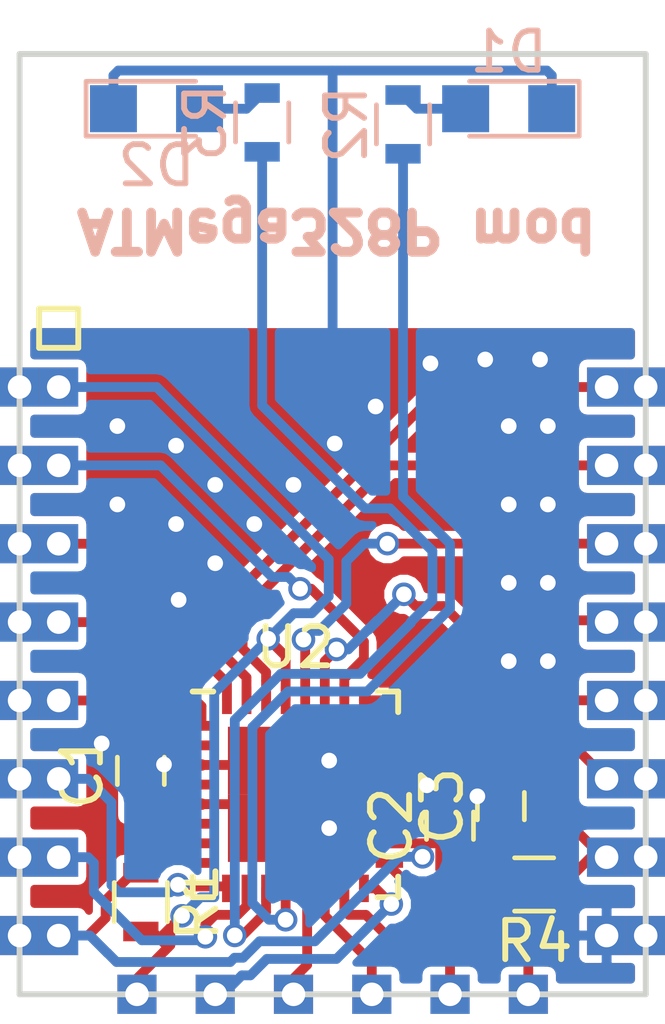
<source format=kicad_pcb>
(kicad_pcb (version 4) (host pcbnew 4.0.6)

  (general
    (links 62)
    (no_connects 16)
    (area 139.8011 91.549999 157.2011 117.85)
    (thickness 1.6)
    (drawings 1)
    (tracks 319)
    (zones 0)
    (modules 11)
    (nets 27)
  )

  (page A4)
  (layers
    (0 F.Cu signal)
    (31 B.Cu signal)
    (32 B.Adhes user)
    (33 F.Adhes user)
    (34 B.Paste user)
    (35 F.Paste user)
    (36 B.SilkS user)
    (37 F.SilkS user)
    (38 B.Mask user)
    (39 F.Mask user)
    (40 Dwgs.User user)
    (41 Cmts.User user)
    (42 Eco1.User user)
    (43 Eco2.User user)
    (44 Edge.Cuts user)
    (45 Margin user)
    (46 B.CrtYd user)
    (47 F.CrtYd user)
    (48 B.Fab user)
    (49 F.Fab user)
  )

  (setup
    (last_trace_width 0.25)
    (trace_clearance 0.2)
    (zone_clearance 0.2)
    (zone_45_only no)
    (trace_min 0.2)
    (segment_width 0.2)
    (edge_width 0.15)
    (via_size 0.6)
    (via_drill 0.4)
    (via_min_size 0.4)
    (via_min_drill 0.3)
    (uvia_size 0.3)
    (uvia_drill 0.1)
    (uvias_allowed no)
    (uvia_min_size 0.2)
    (uvia_min_drill 0.1)
    (pcb_text_width 0.3)
    (pcb_text_size 1.5 1.5)
    (mod_edge_width 0.15)
    (mod_text_size 1 1)
    (mod_text_width 0.15)
    (pad_size 1.725 1.725)
    (pad_drill 0)
    (pad_to_mask_clearance 0.2)
    (aux_axis_origin 158 92)
    (visible_elements 7FFFFFFF)
    (pcbplotparams
      (layerselection 0x010f0_80000001)
      (usegerberextensions true)
      (usegerberattributes true)
      (excludeedgelayer true)
      (linewidth 0.100000)
      (plotframeref false)
      (viasonmask false)
      (mode 1)
      (useauxorigin true)
      (hpglpennumber 1)
      (hpglpenspeed 20)
      (hpglpendiameter 15)
      (hpglpenoverlay 2)
      (psnegative false)
      (psa4output false)
      (plotreference false)
      (plotvalue false)
      (plotinvisibletext false)
      (padsonsilk false)
      (subtractmaskfromsilk false)
      (outputformat 1)
      (mirror false)
      (drillshape 0)
      (scaleselection 1)
      (outputdirectory gerbers/))
  )

  (net 0 "")
  (net 1 "Net-(U1-Pad4)")
  (net 2 "Net-(U1-Pad5)")
  (net 3 "Net-(U1-Pad6)")
  (net 4 "Net-(U1-Pad7)")
  (net 5 +3V3)
  (net 6 GND)
  (net 7 RST)
  (net 8 ADC)
  (net 9 INT)
  (net 10 MISO)
  (net 11 CS)
  (net 12 PB1)
  (net 13 MOSI)
  (net 14 CLK)
  (net 15 RXD)
  (net 16 TXD)
  (net 17 A0)
  (net 18 A1)
  (net 19 A2)
  (net 20 A4)
  (net 21 A3)
  (net 22 "Net-(D1-Pad2)")
  (net 23 "Net-(D2-Pad2)")
  (net 24 "Net-(R2-Pad2)")
  (net 25 "Net-(R3-Pad2)")
  (net 26 AREF)

  (net_class Default "This is the default net class."
    (clearance 0.2)
    (trace_width 0.25)
    (via_dia 0.6)
    (via_drill 0.4)
    (uvia_dia 0.3)
    (uvia_drill 0.1)
    (add_net +3V3)
    (add_net A0)
    (add_net A1)
    (add_net A2)
    (add_net A3)
    (add_net A4)
    (add_net ADC)
    (add_net AREF)
    (add_net CLK)
    (add_net CS)
    (add_net GND)
    (add_net INT)
    (add_net MISO)
    (add_net MOSI)
    (add_net "Net-(D1-Pad2)")
    (add_net "Net-(D2-Pad2)")
    (add_net "Net-(R2-Pad2)")
    (add_net "Net-(R3-Pad2)")
    (add_net "Net-(U1-Pad4)")
    (add_net "Net-(U1-Pad5)")
    (add_net "Net-(U1-Pad6)")
    (add_net "Net-(U1-Pad7)")
    (add_net PB1)
    (add_net RST)
    (add_net RXD)
    (add_net TXD)
  )

  (module footprints:ESP12_BASE (layer F.Cu) (tedit 596E5602) (tstamp 596E5532)
    (at 148.5011 105.0036)
    (path /596E53C6)
    (fp_text reference U1 (at -3.475 7.45) (layer F.SilkS) hide
      (effects (font (size 1 1) (thickness 0.15)))
    )
    (fp_text value ESP-12E (at -1.15 -7.925) (layer F.Fab) hide
      (effects (font (size 1 1) (thickness 0.15)))
    )
    (fp_line (start -7.5 -4.5) (end -7.5 -5.5) (layer F.SilkS) (width 0.15))
    (fp_line (start -6.5 -4.5) (end -7.5 -4.5) (layer F.SilkS) (width 0.15))
    (fp_line (start -6.5 -5.5) (end -6.5 -4.5) (layer F.SilkS) (width 0.15))
    (fp_line (start -7.5 -5.5) (end -6.5 -5.5) (layer F.SilkS) (width 0.15))
    (fp_line (start -8 12) (end -8 -12) (layer Edge.Cuts) (width 0.15))
    (fp_line (start 8 12) (end -8 12) (layer Edge.Cuts) (width 0.15))
    (fp_line (start 8 -12) (end 8 12) (layer Edge.Cuts) (width 0.15))
    (fp_line (start -8 -12) (end 8 -12) (layer Edge.Cuts) (width 0.15))
    (pad 1 thru_hole rect (at -8 -3.5) (size 1 1) (drill 0.6) (layers *.Cu *.Mask)
      (net 7 RST))
    (pad 2 thru_hole rect (at -8 -1.5) (size 1 1) (drill 0.6) (layers *.Cu *.Mask)
      (net 8 ADC))
    (pad 2 thru_hole rect (at -7 -1.5) (size 1 1) (drill 0.6) (layers *.Cu *.Mask)
      (net 8 ADC))
    (pad 3 thru_hole rect (at -8 0.5) (size 1 1) (drill 0.6) (layers *.Cu *.Mask)
      (net 9 INT))
    (pad 4 thru_hole rect (at -8 2.5) (size 1 1) (drill 0.6) (layers *.Cu *.Mask)
      (net 1 "Net-(U1-Pad4)"))
    (pad 5 thru_hole rect (at -8 4.5) (size 1 1) (drill 0.6) (layers *.Cu *.Mask)
      (net 2 "Net-(U1-Pad5)"))
    (pad 6 thru_hole rect (at -8 6.5) (size 1 1) (drill 0.6) (layers *.Cu *.Mask)
      (net 3 "Net-(U1-Pad6)"))
    (pad 7 thru_hole rect (at -8 8.5) (size 1 1) (drill 0.6) (layers *.Cu *.Mask)
      (net 4 "Net-(U1-Pad7)"))
    (pad 8 thru_hole rect (at -8 10.5) (size 1 1) (drill 0.6) (layers *.Cu *.Mask)
      (net 5 +3V3))
    (pad 3 thru_hole rect (at -7 0.5) (size 1 1) (drill 0.6) (layers *.Cu *.Mask)
      (net 9 INT))
    (pad 4 thru_hole rect (at -7 2.5) (size 1 1) (drill 0.6) (layers *.Cu *.Mask)
      (net 1 "Net-(U1-Pad4)"))
    (pad 5 thru_hole rect (at -7 4.5) (size 1 1) (drill 0.6) (layers *.Cu *.Mask)
      (net 2 "Net-(U1-Pad5)"))
    (pad 6 thru_hole rect (at -7 6.5) (size 1 1) (drill 0.6) (layers *.Cu *.Mask)
      (net 3 "Net-(U1-Pad6)"))
    (pad 7 thru_hole rect (at -7 8.5) (size 1 1) (drill 0.6) (layers *.Cu *.Mask)
      (net 4 "Net-(U1-Pad7)"))
    (pad 8 thru_hole rect (at -7 10.5) (size 1 1) (drill 0.6) (layers *.Cu *.Mask)
      (net 5 +3V3))
    (pad 1 thru_hole rect (at -7 -3.5) (size 1 1) (drill 0.6) (layers *.Cu *.Mask)
      (net 7 RST))
    (pad 9 thru_hole rect (at -5 12) (size 1 1) (drill 0.6) (layers *.Cu *.Mask)
      (net 7 RST))
    (pad 10 thru_hole rect (at -3 12) (size 1 1) (drill 0.6) (layers *.Cu *.Mask)
      (net 10 MISO))
    (pad 11 thru_hole rect (at -1 12) (size 1 1) (drill 0.6) (layers *.Cu *.Mask)
      (net 12 PB1))
    (pad 12 thru_hole rect (at 1 12) (size 1 1) (drill 0.6) (layers *.Cu *.Mask)
      (net 11 CS))
    (pad 13 thru_hole rect (at 3 12) (size 1 1) (drill 0.6) (layers *.Cu *.Mask)
      (net 13 MOSI))
    (pad 14 thru_hole rect (at 5 12) (size 1 1) (drill 0.6) (layers *.Cu *.Mask)
      (net 14 CLK))
    (pad 15 thru_hole rect (at 8 10.5) (size 1 1) (drill 0.6) (layers *.Cu *.Mask)
      (net 6 GND))
    (pad 16 thru_hole rect (at 8 8.5) (size 1 1) (drill 0.6) (layers *.Cu *.Mask)
      (net 17 A0))
    (pad 17 thru_hole rect (at 8 6.5) (size 1 1) (drill 0.6) (layers *.Cu *.Mask)
      (net 18 A1))
    (pad 18 thru_hole rect (at 8 4.5) (size 1 1) (drill 0.6) (layers *.Cu *.Mask)
      (net 19 A2))
    (pad 19 thru_hole rect (at 8 2.5) (size 1 1) (drill 0.6) (layers *.Cu *.Mask)
      (net 20 A4))
    (pad 20 thru_hole rect (at 8 0.5) (size 1 1) (drill 0.6) (layers *.Cu *.Mask)
      (net 21 A3))
    (pad 21 thru_hole rect (at 8 -1.5) (size 1 1) (drill 0.6) (layers *.Cu *.Mask)
      (net 15 RXD))
    (pad 22 thru_hole rect (at 8 -3.5) (size 1 1) (drill 0.6) (layers *.Cu *.Mask)
      (net 16 TXD))
    (pad 15 thru_hole rect (at 7 10.5) (size 1 1) (drill 0.6) (layers *.Cu *.Mask)
      (net 6 GND))
    (pad 16 thru_hole rect (at 7 8.5) (size 1 1) (drill 0.6) (layers *.Cu *.Mask)
      (net 17 A0))
    (pad 17 thru_hole rect (at 7 6.5) (size 1 1) (drill 0.6) (layers *.Cu *.Mask)
      (net 18 A1))
    (pad 18 thru_hole rect (at 7 4.5) (size 1 1) (drill 0.6) (layers *.Cu *.Mask)
      (net 19 A2))
    (pad 19 thru_hole rect (at 7 2.5) (size 1 1) (drill 0.6) (layers *.Cu *.Mask)
      (net 20 A4))
    (pad 20 thru_hole rect (at 7 0.5) (size 1 1) (drill 0.6) (layers *.Cu *.Mask)
      (net 21 A3))
    (pad 21 thru_hole rect (at 7 -1.5) (size 1 1) (drill 0.6) (layers *.Cu *.Mask)
      (net 15 RXD))
    (pad 22 thru_hole rect (at 7 -3.5) (size 1 1) (drill 0.6) (layers *.Cu *.Mask)
      (net 16 TXD))
  )

  (module Capacitors_SMD:C_0603 (layer F.Cu) (tedit 58AA844E) (tstamp 596E6CCF)
    (at 143.6 111.3 90)
    (descr "Capacitor SMD 0603, reflow soldering, AVX (see smccp.pdf)")
    (tags "capacitor 0603")
    (path /596E8572)
    (attr smd)
    (fp_text reference C1 (at 0 -1.5 90) (layer F.SilkS)
      (effects (font (size 1 1) (thickness 0.15)))
    )
    (fp_text value C_Small (at 0 1.5 90) (layer F.Fab)
      (effects (font (size 1 1) (thickness 0.15)))
    )
    (fp_text user %R (at 0 -1.5 90) (layer F.Fab)
      (effects (font (size 1 1) (thickness 0.15)))
    )
    (fp_line (start -0.8 0.4) (end -0.8 -0.4) (layer F.Fab) (width 0.1))
    (fp_line (start 0.8 0.4) (end -0.8 0.4) (layer F.Fab) (width 0.1))
    (fp_line (start 0.8 -0.4) (end 0.8 0.4) (layer F.Fab) (width 0.1))
    (fp_line (start -0.8 -0.4) (end 0.8 -0.4) (layer F.Fab) (width 0.1))
    (fp_line (start -0.35 -0.6) (end 0.35 -0.6) (layer F.SilkS) (width 0.12))
    (fp_line (start 0.35 0.6) (end -0.35 0.6) (layer F.SilkS) (width 0.12))
    (fp_line (start -1.4 -0.65) (end 1.4 -0.65) (layer F.CrtYd) (width 0.05))
    (fp_line (start -1.4 -0.65) (end -1.4 0.65) (layer F.CrtYd) (width 0.05))
    (fp_line (start 1.4 0.65) (end 1.4 -0.65) (layer F.CrtYd) (width 0.05))
    (fp_line (start 1.4 0.65) (end -1.4 0.65) (layer F.CrtYd) (width 0.05))
    (pad 1 smd rect (at -0.75 0 90) (size 0.8 0.75) (layers F.Cu F.Paste F.Mask)
      (net 5 +3V3))
    (pad 2 smd rect (at 0.75 0 90) (size 0.8 0.75) (layers F.Cu F.Paste F.Mask)
      (net 6 GND))
    (model Capacitors_SMD.3dshapes/C_0603.wrl
      (at (xyz 0 0 0))
      (scale (xyz 1 1 1))
      (rotate (xyz 0 0 0))
    )
  )

  (module Capacitors_SMD:C_0603 (layer F.Cu) (tedit 58AA844E) (tstamp 596E6CD5)
    (at 151.5 112.7 90)
    (descr "Capacitor SMD 0603, reflow soldering, AVX (see smccp.pdf)")
    (tags "capacitor 0603")
    (path /596E8642)
    (attr smd)
    (fp_text reference C2 (at 0 -1.5 90) (layer F.SilkS)
      (effects (font (size 1 1) (thickness 0.15)))
    )
    (fp_text value C_Small (at 0 1.5 90) (layer F.Fab)
      (effects (font (size 1 1) (thickness 0.15)))
    )
    (fp_text user %R (at 0 -1.5 90) (layer F.Fab)
      (effects (font (size 1 1) (thickness 0.15)))
    )
    (fp_line (start -0.8 0.4) (end -0.8 -0.4) (layer F.Fab) (width 0.1))
    (fp_line (start 0.8 0.4) (end -0.8 0.4) (layer F.Fab) (width 0.1))
    (fp_line (start 0.8 -0.4) (end 0.8 0.4) (layer F.Fab) (width 0.1))
    (fp_line (start -0.8 -0.4) (end 0.8 -0.4) (layer F.Fab) (width 0.1))
    (fp_line (start -0.35 -0.6) (end 0.35 -0.6) (layer F.SilkS) (width 0.12))
    (fp_line (start 0.35 0.6) (end -0.35 0.6) (layer F.SilkS) (width 0.12))
    (fp_line (start -1.4 -0.65) (end 1.4 -0.65) (layer F.CrtYd) (width 0.05))
    (fp_line (start -1.4 -0.65) (end -1.4 0.65) (layer F.CrtYd) (width 0.05))
    (fp_line (start 1.4 0.65) (end 1.4 -0.65) (layer F.CrtYd) (width 0.05))
    (fp_line (start 1.4 0.65) (end -1.4 0.65) (layer F.CrtYd) (width 0.05))
    (pad 1 smd rect (at -0.75 0 90) (size 0.8 0.75) (layers F.Cu F.Paste F.Mask)
      (net 5 +3V3))
    (pad 2 smd rect (at 0.75 0 90) (size 0.8 0.75) (layers F.Cu F.Paste F.Mask)
      (net 6 GND))
    (model Capacitors_SMD.3dshapes/C_0603.wrl
      (at (xyz 0 0 0))
      (scale (xyz 1 1 1))
      (rotate (xyz 0 0 0))
    )
  )

  (module Capacitors_SMD:C_0603 (layer F.Cu) (tedit 58AA844E) (tstamp 596E6CDB)
    (at 152.8 112.2 90)
    (descr "Capacitor SMD 0603, reflow soldering, AVX (see smccp.pdf)")
    (tags "capacitor 0603")
    (path /596E7F96)
    (attr smd)
    (fp_text reference C3 (at 0 -1.5 90) (layer F.SilkS)
      (effects (font (size 1 1) (thickness 0.15)))
    )
    (fp_text value C_Small (at 0 1.5 90) (layer F.Fab)
      (effects (font (size 1 1) (thickness 0.15)))
    )
    (fp_text user %R (at 0 -1.5 90) (layer F.Fab)
      (effects (font (size 1 1) (thickness 0.15)))
    )
    (fp_line (start -0.8 0.4) (end -0.8 -0.4) (layer F.Fab) (width 0.1))
    (fp_line (start 0.8 0.4) (end -0.8 0.4) (layer F.Fab) (width 0.1))
    (fp_line (start 0.8 -0.4) (end 0.8 0.4) (layer F.Fab) (width 0.1))
    (fp_line (start -0.8 -0.4) (end 0.8 -0.4) (layer F.Fab) (width 0.1))
    (fp_line (start -0.35 -0.6) (end 0.35 -0.6) (layer F.SilkS) (width 0.12))
    (fp_line (start 0.35 0.6) (end -0.35 0.6) (layer F.SilkS) (width 0.12))
    (fp_line (start -1.4 -0.65) (end 1.4 -0.65) (layer F.CrtYd) (width 0.05))
    (fp_line (start -1.4 -0.65) (end -1.4 0.65) (layer F.CrtYd) (width 0.05))
    (fp_line (start 1.4 0.65) (end 1.4 -0.65) (layer F.CrtYd) (width 0.05))
    (fp_line (start 1.4 0.65) (end -1.4 0.65) (layer F.CrtYd) (width 0.05))
    (pad 1 smd rect (at -0.75 0 90) (size 0.8 0.75) (layers F.Cu F.Paste F.Mask)
      (net 26 AREF))
    (pad 2 smd rect (at 0.75 0 90) (size 0.8 0.75) (layers F.Cu F.Paste F.Mask)
      (net 6 GND))
    (model Capacitors_SMD.3dshapes/C_0603.wrl
      (at (xyz 0 0 0))
      (scale (xyz 1 1 1))
      (rotate (xyz 0 0 0))
    )
  )

  (module Housings_DFN_QFN:QFN-32-1EP_5x5mm_Pitch0.5mm (layer F.Cu) (tedit 596E8226) (tstamp 596E6D03)
    (at 147.55 111.9)
    (descr "UH Package; 32-Lead Plastic QFN (5mm x 5mm); (see Linear Technology QFN_32_05-08-1693.pdf)")
    (tags "QFN 0.5")
    (path /596E7E35)
    (attr smd)
    (fp_text reference U2 (at 0 -3.75) (layer F.SilkS)
      (effects (font (size 1 1) (thickness 0.15)))
    )
    (fp_text value ATMEGA328P-MU (at 0 3.75) (layer F.Fab)
      (effects (font (size 1 1) (thickness 0.15)))
    )
    (fp_line (start -1.5 -2.5) (end 2.5 -2.5) (layer F.Fab) (width 0.15))
    (fp_line (start 2.5 -2.5) (end 2.5 2.5) (layer F.Fab) (width 0.15))
    (fp_line (start 2.5 2.5) (end -2.5 2.5) (layer F.Fab) (width 0.15))
    (fp_line (start -2.5 2.5) (end -2.5 -1.5) (layer F.Fab) (width 0.15))
    (fp_line (start -2.5 -1.5) (end -1.5 -2.5) (layer F.Fab) (width 0.15))
    (fp_line (start -3 -3) (end -3 3) (layer F.CrtYd) (width 0.05))
    (fp_line (start 3 -3) (end 3 3) (layer F.CrtYd) (width 0.05))
    (fp_line (start -3 -3) (end 3 -3) (layer F.CrtYd) (width 0.05))
    (fp_line (start -3 3) (end 3 3) (layer F.CrtYd) (width 0.05))
    (fp_line (start 2.625 -2.625) (end 2.625 -2.1) (layer F.SilkS) (width 0.15))
    (fp_line (start -2.625 2.625) (end -2.625 2.1) (layer F.SilkS) (width 0.15))
    (fp_line (start 2.625 2.625) (end 2.625 2.1) (layer F.SilkS) (width 0.15))
    (fp_line (start -2.625 -2.625) (end -2.1 -2.625) (layer F.SilkS) (width 0.15))
    (fp_line (start -2.625 2.625) (end -2.1 2.625) (layer F.SilkS) (width 0.15))
    (fp_line (start 2.625 2.625) (end 2.1 2.625) (layer F.SilkS) (width 0.15))
    (fp_line (start 2.625 -2.625) (end 2.1 -2.625) (layer F.SilkS) (width 0.15))
    (pad 1 smd rect (at -2.4 -1.75) (size 0.7 0.25) (layers F.Cu F.Paste F.Mask)
      (net 1 "Net-(U1-Pad4)"))
    (pad 2 smd rect (at -2.4 -1.25) (size 0.7 0.25) (layers F.Cu F.Paste F.Mask)
      (net 2 "Net-(U1-Pad5)"))
    (pad 3 smd rect (at -2.4 -0.75) (size 0.7 0.25) (layers F.Cu F.Paste F.Mask)
      (net 6 GND))
    (pad 4 smd rect (at -2.4 -0.25) (size 0.7 0.25) (layers F.Cu F.Paste F.Mask)
      (net 5 +3V3))
    (pad 5 smd rect (at -2.4 0.25) (size 0.7 0.25) (layers F.Cu F.Paste F.Mask)
      (net 6 GND))
    (pad 6 smd rect (at -2.4 0.75) (size 0.7 0.25) (layers F.Cu F.Paste F.Mask)
      (net 5 +3V3))
    (pad 7 smd rect (at -2.4 1.25) (size 0.7 0.25) (layers F.Cu F.Paste F.Mask))
    (pad 8 smd rect (at -2.4 1.75) (size 0.7 0.25) (layers F.Cu F.Paste F.Mask))
    (pad 9 smd rect (at -1.75 2.4 90) (size 0.7 0.25) (layers F.Cu F.Paste F.Mask)
      (net 3 "Net-(U1-Pad6)"))
    (pad 10 smd rect (at -1.25 2.4 90) (size 0.7 0.25) (layers F.Cu F.Paste F.Mask)
      (net 4 "Net-(U1-Pad7)"))
    (pad 11 smd rect (at -0.75 2.4 90) (size 0.7 0.25) (layers F.Cu F.Paste F.Mask)
      (net 25 "Net-(R3-Pad2)"))
    (pad 12 smd rect (at -0.25 2.4 90) (size 0.7 0.25) (layers F.Cu F.Paste F.Mask)
      (net 24 "Net-(R2-Pad2)"))
    (pad 13 smd rect (at 0.25 2.4 90) (size 0.7 0.25) (layers F.Cu F.Paste F.Mask)
      (net 12 PB1))
    (pad 14 smd rect (at 0.75 2.4 90) (size 0.7 0.25) (layers F.Cu F.Paste F.Mask)
      (net 11 CS))
    (pad 15 smd rect (at 1.25 2.4 90) (size 0.7 0.25) (layers F.Cu F.Paste F.Mask)
      (net 13 MOSI))
    (pad 16 smd rect (at 1.75 2.4 90) (size 0.7 0.25) (layers F.Cu F.Paste F.Mask)
      (net 10 MISO))
    (pad 17 smd rect (at 2.4 1.75) (size 0.7 0.25) (layers F.Cu F.Paste F.Mask)
      (net 14 CLK))
    (pad 18 smd rect (at 2.4 1.25) (size 0.7 0.25) (layers F.Cu F.Paste F.Mask)
      (net 5 +3V3))
    (pad 19 smd rect (at 2.4 0.75) (size 0.7 0.25) (layers F.Cu F.Paste F.Mask))
    (pad 20 smd rect (at 2.4 0.25) (size 0.7 0.25) (layers F.Cu F.Paste F.Mask)
      (net 26 AREF))
    (pad 21 smd rect (at 2.4 -0.25) (size 0.7 0.25) (layers F.Cu F.Paste F.Mask)
      (net 6 GND))
    (pad 22 smd rect (at 2.4 -0.75) (size 0.7 0.25) (layers F.Cu F.Paste F.Mask))
    (pad 23 smd rect (at 2.4 -1.25) (size 0.7 0.25) (layers F.Cu F.Paste F.Mask)
      (net 17 A0))
    (pad 24 smd rect (at 2.4 -1.75) (size 0.7 0.25) (layers F.Cu F.Paste F.Mask)
      (net 18 A1))
    (pad 25 smd rect (at 1.75 -2.4 90) (size 0.7 0.25) (layers F.Cu F.Paste F.Mask)
      (net 19 A2))
    (pad 26 smd rect (at 1.25 -2.4 90) (size 0.7 0.25) (layers F.Cu F.Paste F.Mask)
      (net 8 ADC))
    (pad 27 smd rect (at 0.75 -2.4 90) (size 0.7 0.25) (layers F.Cu F.Paste F.Mask)
      (net 20 A4))
    (pad 28 smd rect (at 0.25 -2.4 90) (size 0.7 0.25) (layers F.Cu F.Paste F.Mask)
      (net 21 A3))
    (pad 29 smd rect (at -0.25 -2.4 90) (size 0.7 0.25) (layers F.Cu F.Paste F.Mask)
      (net 7 RST))
    (pad 30 smd rect (at -0.75 -2.4 90) (size 0.7 0.25) (layers F.Cu F.Paste F.Mask)
      (net 15 RXD))
    (pad 31 smd rect (at -1.25 -2.4 90) (size 0.7 0.25) (layers F.Cu F.Paste F.Mask)
      (net 16 TXD))
    (pad 32 smd rect (at -1.75 -2.4 90) (size 0.7 0.25) (layers F.Cu F.Paste F.Mask)
      (net 9 INT))
    (pad 33 smd rect (at 0.8625 0.8625) (size 1.725 1.725) (layers F.Cu F.Paste F.Mask)
      (net 6 GND) (solder_paste_margin_ratio -0.2))
    (pad 33 smd rect (at 0.8625 -0.8625) (size 1.725 1.725) (layers F.Cu F.Paste F.Mask)
      (net 6 GND) (solder_paste_margin_ratio -0.2))
    (pad 33 smd rect (at -0.8625 0.8625) (size 1.725 1.725) (layers F.Cu F.Paste F.Mask)
      (net 6 GND) (solder_paste_margin_ratio -0.2))
    (pad 33 smd rect (at -0.8625 -0.8625) (size 1.725 1.725) (layers F.Cu F.Paste F.Mask)
      (net 6 GND) (solder_paste_margin_ratio -0.2))
    (model Housings_DFN_QFN.3dshapes/QFN-32-1EP_5x5mm_Pitch0.5mm.wrl
      (at (xyz 0 0 0))
      (scale (xyz 1 1 1))
      (rotate (xyz 0 0 0))
    )
  )

  (module Resistors_SMD:R_0603 (layer F.Cu) (tedit 58E0A804) (tstamp 596E77D1)
    (at 143.6 114.65 270)
    (descr "Resistor SMD 0603, reflow soldering, Vishay (see dcrcw.pdf)")
    (tags "resistor 0603")
    (path /596E8B23)
    (attr smd)
    (fp_text reference R1 (at 0 -1.45 270) (layer F.SilkS)
      (effects (font (size 1 1) (thickness 0.15)))
    )
    (fp_text value R_Small (at 0 1.5 270) (layer F.Fab)
      (effects (font (size 1 1) (thickness 0.15)))
    )
    (fp_text user %R (at 0 0 270) (layer F.Fab)
      (effects (font (size 0.5 0.5) (thickness 0.075)))
    )
    (fp_line (start -0.8 0.4) (end -0.8 -0.4) (layer F.Fab) (width 0.1))
    (fp_line (start 0.8 0.4) (end -0.8 0.4) (layer F.Fab) (width 0.1))
    (fp_line (start 0.8 -0.4) (end 0.8 0.4) (layer F.Fab) (width 0.1))
    (fp_line (start -0.8 -0.4) (end 0.8 -0.4) (layer F.Fab) (width 0.1))
    (fp_line (start 0.5 0.68) (end -0.5 0.68) (layer F.SilkS) (width 0.12))
    (fp_line (start -0.5 -0.68) (end 0.5 -0.68) (layer F.SilkS) (width 0.12))
    (fp_line (start -1.25 -0.7) (end 1.25 -0.7) (layer F.CrtYd) (width 0.05))
    (fp_line (start -1.25 -0.7) (end -1.25 0.7) (layer F.CrtYd) (width 0.05))
    (fp_line (start 1.25 0.7) (end 1.25 -0.7) (layer F.CrtYd) (width 0.05))
    (fp_line (start 1.25 0.7) (end -1.25 0.7) (layer F.CrtYd) (width 0.05))
    (pad 1 smd rect (at -0.75 0 270) (size 0.5 0.9) (layers F.Cu F.Paste F.Mask)
      (net 5 +3V3))
    (pad 2 smd rect (at 0.75 0 270) (size 0.5 0.9) (layers F.Cu F.Paste F.Mask)
      (net 7 RST))
    (model ${KISYS3DMOD}/Resistors_SMD.3dshapes/R_0603.wrl
      (at (xyz 0 0 0))
      (scale (xyz 1 1 1))
      (rotate (xyz 0 0 0))
    )
  )

  (module LEDs:LED_0805 (layer B.Cu) (tedit 57FE93EC) (tstamp 596E7F38)
    (at 153 94.4 180)
    (descr "LED 0805 smd package")
    (tags "LED led 0805 SMD smd SMT smt smdled SMDLED smtled SMTLED")
    (path /596E8FCC)
    (attr smd)
    (fp_text reference D1 (at 0 1.45 180) (layer B.SilkS)
      (effects (font (size 1 1) (thickness 0.15)) (justify mirror))
    )
    (fp_text value LED (at 0 -1.55 180) (layer B.Fab)
      (effects (font (size 1 1) (thickness 0.15)) (justify mirror))
    )
    (fp_line (start -1.8 0.7) (end -1.8 -0.7) (layer B.SilkS) (width 0.12))
    (fp_line (start -0.4 0.4) (end -0.4 -0.4) (layer B.Fab) (width 0.1))
    (fp_line (start -0.4 0) (end 0.2 0.4) (layer B.Fab) (width 0.1))
    (fp_line (start 0.2 -0.4) (end -0.4 0) (layer B.Fab) (width 0.1))
    (fp_line (start 0.2 0.4) (end 0.2 -0.4) (layer B.Fab) (width 0.1))
    (fp_line (start 1 -0.6) (end -1 -0.6) (layer B.Fab) (width 0.1))
    (fp_line (start 1 0.6) (end 1 -0.6) (layer B.Fab) (width 0.1))
    (fp_line (start -1 0.6) (end 1 0.6) (layer B.Fab) (width 0.1))
    (fp_line (start -1 -0.6) (end -1 0.6) (layer B.Fab) (width 0.1))
    (fp_line (start -1.8 -0.7) (end 1 -0.7) (layer B.SilkS) (width 0.12))
    (fp_line (start -1.8 0.7) (end 1 0.7) (layer B.SilkS) (width 0.12))
    (fp_line (start 1.95 0.85) (end 1.95 -0.85) (layer B.CrtYd) (width 0.05))
    (fp_line (start 1.95 -0.85) (end -1.95 -0.85) (layer B.CrtYd) (width 0.05))
    (fp_line (start -1.95 -0.85) (end -1.95 0.85) (layer B.CrtYd) (width 0.05))
    (fp_line (start -1.95 0.85) (end 1.95 0.85) (layer B.CrtYd) (width 0.05))
    (pad 2 smd rect (at 1.1 0) (size 1.2 1.2) (layers B.Cu B.Paste B.Mask)
      (net 22 "Net-(D1-Pad2)"))
    (pad 1 smd rect (at -1.1 0) (size 1.2 1.2) (layers B.Cu B.Paste B.Mask)
      (net 6 GND))
    (model ${KISYS3DMOD}/LEDs.3dshapes/LED_0805.wrl
      (at (xyz 0 0 0))
      (scale (xyz 1 1 1))
      (rotate (xyz 0 0 180))
    )
  )

  (module LEDs:LED_0805 (layer B.Cu) (tedit 57FE93EC) (tstamp 596E7F3E)
    (at 144 94.4)
    (descr "LED 0805 smd package")
    (tags "LED led 0805 SMD smd SMT smt smdled SMDLED smtled SMTLED")
    (path /596E91BE)
    (attr smd)
    (fp_text reference D2 (at 0 1.45) (layer B.SilkS)
      (effects (font (size 1 1) (thickness 0.15)) (justify mirror))
    )
    (fp_text value LED (at 0 -1.55) (layer B.Fab)
      (effects (font (size 1 1) (thickness 0.15)) (justify mirror))
    )
    (fp_line (start -1.8 0.7) (end -1.8 -0.7) (layer B.SilkS) (width 0.12))
    (fp_line (start -0.4 0.4) (end -0.4 -0.4) (layer B.Fab) (width 0.1))
    (fp_line (start -0.4 0) (end 0.2 0.4) (layer B.Fab) (width 0.1))
    (fp_line (start 0.2 -0.4) (end -0.4 0) (layer B.Fab) (width 0.1))
    (fp_line (start 0.2 0.4) (end 0.2 -0.4) (layer B.Fab) (width 0.1))
    (fp_line (start 1 -0.6) (end -1 -0.6) (layer B.Fab) (width 0.1))
    (fp_line (start 1 0.6) (end 1 -0.6) (layer B.Fab) (width 0.1))
    (fp_line (start -1 0.6) (end 1 0.6) (layer B.Fab) (width 0.1))
    (fp_line (start -1 -0.6) (end -1 0.6) (layer B.Fab) (width 0.1))
    (fp_line (start -1.8 -0.7) (end 1 -0.7) (layer B.SilkS) (width 0.12))
    (fp_line (start -1.8 0.7) (end 1 0.7) (layer B.SilkS) (width 0.12))
    (fp_line (start 1.95 0.85) (end 1.95 -0.85) (layer B.CrtYd) (width 0.05))
    (fp_line (start 1.95 -0.85) (end -1.95 -0.85) (layer B.CrtYd) (width 0.05))
    (fp_line (start -1.95 -0.85) (end -1.95 0.85) (layer B.CrtYd) (width 0.05))
    (fp_line (start -1.95 0.85) (end 1.95 0.85) (layer B.CrtYd) (width 0.05))
    (pad 2 smd rect (at 1.1 0 180) (size 1.2 1.2) (layers B.Cu B.Paste B.Mask)
      (net 23 "Net-(D2-Pad2)"))
    (pad 1 smd rect (at -1.1 0 180) (size 1.2 1.2) (layers B.Cu B.Paste B.Mask)
      (net 6 GND))
    (model ${KISYS3DMOD}/LEDs.3dshapes/LED_0805.wrl
      (at (xyz 0 0 0))
      (scale (xyz 1 1 1))
      (rotate (xyz 0 0 180))
    )
  )

  (module Resistors_SMD:R_0603 (layer B.Cu) (tedit 58E0A804) (tstamp 596E7F44)
    (at 150.3 94.8 270)
    (descr "Resistor SMD 0603, reflow soldering, Vishay (see dcrcw.pdf)")
    (tags "resistor 0603")
    (path /596E8F77)
    (attr smd)
    (fp_text reference R2 (at 0 1.45 270) (layer B.SilkS)
      (effects (font (size 1 1) (thickness 0.15)) (justify mirror))
    )
    (fp_text value R_Small (at 0 -1.5 270) (layer B.Fab)
      (effects (font (size 1 1) (thickness 0.15)) (justify mirror))
    )
    (fp_text user %R (at 0 0 270) (layer B.Fab)
      (effects (font (size 0.5 0.5) (thickness 0.075)) (justify mirror))
    )
    (fp_line (start -0.8 -0.4) (end -0.8 0.4) (layer B.Fab) (width 0.1))
    (fp_line (start 0.8 -0.4) (end -0.8 -0.4) (layer B.Fab) (width 0.1))
    (fp_line (start 0.8 0.4) (end 0.8 -0.4) (layer B.Fab) (width 0.1))
    (fp_line (start -0.8 0.4) (end 0.8 0.4) (layer B.Fab) (width 0.1))
    (fp_line (start 0.5 -0.68) (end -0.5 -0.68) (layer B.SilkS) (width 0.12))
    (fp_line (start -0.5 0.68) (end 0.5 0.68) (layer B.SilkS) (width 0.12))
    (fp_line (start -1.25 0.7) (end 1.25 0.7) (layer B.CrtYd) (width 0.05))
    (fp_line (start -1.25 0.7) (end -1.25 -0.7) (layer B.CrtYd) (width 0.05))
    (fp_line (start 1.25 -0.7) (end 1.25 0.7) (layer B.CrtYd) (width 0.05))
    (fp_line (start 1.25 -0.7) (end -1.25 -0.7) (layer B.CrtYd) (width 0.05))
    (pad 1 smd rect (at -0.75 0 270) (size 0.5 0.9) (layers B.Cu B.Paste B.Mask)
      (net 22 "Net-(D1-Pad2)"))
    (pad 2 smd rect (at 0.75 0 270) (size 0.5 0.9) (layers B.Cu B.Paste B.Mask)
      (net 24 "Net-(R2-Pad2)"))
    (model ${KISYS3DMOD}/Resistors_SMD.3dshapes/R_0603.wrl
      (at (xyz 0 0 0))
      (scale (xyz 1 1 1))
      (rotate (xyz 0 0 0))
    )
  )

  (module Resistors_SMD:R_0603 (layer B.Cu) (tedit 58E0A804) (tstamp 596E7F4A)
    (at 146.7 94.75 270)
    (descr "Resistor SMD 0603, reflow soldering, Vishay (see dcrcw.pdf)")
    (tags "resistor 0603")
    (path /596E9173)
    (attr smd)
    (fp_text reference R3 (at 0 1.45 270) (layer B.SilkS)
      (effects (font (size 1 1) (thickness 0.15)) (justify mirror))
    )
    (fp_text value R_Small (at 0 -1.5 270) (layer B.Fab)
      (effects (font (size 1 1) (thickness 0.15)) (justify mirror))
    )
    (fp_text user %R (at 0 0 270) (layer B.Fab)
      (effects (font (size 0.5 0.5) (thickness 0.075)) (justify mirror))
    )
    (fp_line (start -0.8 -0.4) (end -0.8 0.4) (layer B.Fab) (width 0.1))
    (fp_line (start 0.8 -0.4) (end -0.8 -0.4) (layer B.Fab) (width 0.1))
    (fp_line (start 0.8 0.4) (end 0.8 -0.4) (layer B.Fab) (width 0.1))
    (fp_line (start -0.8 0.4) (end 0.8 0.4) (layer B.Fab) (width 0.1))
    (fp_line (start 0.5 -0.68) (end -0.5 -0.68) (layer B.SilkS) (width 0.12))
    (fp_line (start -0.5 0.68) (end 0.5 0.68) (layer B.SilkS) (width 0.12))
    (fp_line (start -1.25 0.7) (end 1.25 0.7) (layer B.CrtYd) (width 0.05))
    (fp_line (start -1.25 0.7) (end -1.25 -0.7) (layer B.CrtYd) (width 0.05))
    (fp_line (start 1.25 -0.7) (end 1.25 0.7) (layer B.CrtYd) (width 0.05))
    (fp_line (start 1.25 -0.7) (end -1.25 -0.7) (layer B.CrtYd) (width 0.05))
    (pad 1 smd rect (at -0.75 0 270) (size 0.5 0.9) (layers B.Cu B.Paste B.Mask)
      (net 23 "Net-(D2-Pad2)"))
    (pad 2 smd rect (at 0.75 0 270) (size 0.5 0.9) (layers B.Cu B.Paste B.Mask)
      (net 25 "Net-(R3-Pad2)"))
    (model ${KISYS3DMOD}/Resistors_SMD.3dshapes/R_0603.wrl
      (at (xyz 0 0 0))
      (scale (xyz 1 1 1))
      (rotate (xyz 0 0 0))
    )
  )

  (module Resistors_SMD:R_0603 (layer F.Cu) (tedit 58E0A804) (tstamp 596E81E6)
    (at 153.65 114.2 180)
    (descr "Resistor SMD 0603, reflow soldering, Vishay (see dcrcw.pdf)")
    (tags "resistor 0603")
    (path /596E961E)
    (attr smd)
    (fp_text reference R4 (at 0 -1.45 180) (layer F.SilkS)
      (effects (font (size 1 1) (thickness 0.15)))
    )
    (fp_text value R_Small (at 0 1.5 180) (layer F.Fab)
      (effects (font (size 1 1) (thickness 0.15)))
    )
    (fp_text user %R (at 0 0 180) (layer F.Fab)
      (effects (font (size 0.5 0.5) (thickness 0.075)))
    )
    (fp_line (start -0.8 0.4) (end -0.8 -0.4) (layer F.Fab) (width 0.1))
    (fp_line (start 0.8 0.4) (end -0.8 0.4) (layer F.Fab) (width 0.1))
    (fp_line (start 0.8 -0.4) (end 0.8 0.4) (layer F.Fab) (width 0.1))
    (fp_line (start -0.8 -0.4) (end 0.8 -0.4) (layer F.Fab) (width 0.1))
    (fp_line (start 0.5 0.68) (end -0.5 0.68) (layer F.SilkS) (width 0.12))
    (fp_line (start -0.5 -0.68) (end 0.5 -0.68) (layer F.SilkS) (width 0.12))
    (fp_line (start -1.25 -0.7) (end 1.25 -0.7) (layer F.CrtYd) (width 0.05))
    (fp_line (start -1.25 -0.7) (end -1.25 0.7) (layer F.CrtYd) (width 0.05))
    (fp_line (start 1.25 0.7) (end 1.25 -0.7) (layer F.CrtYd) (width 0.05))
    (fp_line (start 1.25 0.7) (end -1.25 0.7) (layer F.CrtYd) (width 0.05))
    (pad 1 smd rect (at -0.75 0 180) (size 0.5 0.9) (layers F.Cu F.Paste F.Mask)
      (net 17 A0))
    (pad 2 smd rect (at 0.75 0 180) (size 0.5 0.9) (layers F.Cu F.Paste F.Mask)
      (net 26 AREF))
    (model ${KISYS3DMOD}/Resistors_SMD.3dshapes/R_0603.wrl
      (at (xyz 0 0 0))
      (scale (xyz 1 1 1))
      (rotate (xyz 0 0 0))
    )
  )

  (gr_text "ATMega328P mod" (at 148.6 97.5 180) (layer B.SilkS)
    (effects (font (size 1 1) (thickness 0.25)) (justify mirror))
  )

  (segment (start 143.0036 107.5036) (end 145.15 109.65) (width 0.25) (layer F.Cu) (net 1))
  (segment (start 145.15 109.65) (end 145.15 110.15) (width 0.25) (layer F.Cu) (net 1))
  (segment (start 141.5011 107.5036) (end 143.0036 107.5036) (width 0.25) (layer F.Cu) (net 1))
  (segment (start 141.5011 109.5036) (end 144.0036 109.5036) (width 0.25) (layer F.Cu) (net 2))
  (segment (start 144.0036 109.5036) (end 144.474999 109.974999) (width 0.25) (layer F.Cu) (net 2))
  (segment (start 144.474999 109.974999) (end 144.474999 110.535001) (width 0.25) (layer F.Cu) (net 2))
  (segment (start 144.474999 110.535001) (end 144.589998 110.65) (width 0.25) (layer F.Cu) (net 2))
  (segment (start 144.589998 110.65) (end 144.7 110.65) (width 0.25) (layer F.Cu) (net 2))
  (segment (start 144.7 110.65) (end 145.15 110.65) (width 0.25) (layer F.Cu) (net 2))
  (segment (start 144.92793 114.248898) (end 145.3 114.248898) (width 0.25) (layer F.Cu) (net 3))
  (segment (start 144.546835 114.206172) (end 144.971099 114.206172) (width 0.25) (layer F.Cu) (net 3))
  (segment (start 144.971099 114.206172) (end 145.013825 114.248898) (width 0.25) (layer F.Cu) (net 3))
  (segment (start 145.3 114.248898) (end 145.748898 114.248898) (width 0.25) (layer F.Cu) (net 3))
  (segment (start 145.013825 114.248898) (end 145.3 114.248898) (width 0.25) (layer F.Cu) (net 3))
  (segment (start 143.03641 114.4) (end 144.353007 114.4) (width 0.25) (layer B.Cu) (net 3))
  (segment (start 144.353007 114.4) (end 144.546835 114.206172) (width 0.25) (layer B.Cu) (net 3))
  (via (at 144.546835 114.206172) (size 0.6) (drill 0.4) (layers F.Cu B.Cu) (net 3))
  (segment (start 143.03641 114.4) (end 142.85001 114.2136) (width 0.25) (layer B.Cu) (net 3))
  (segment (start 145.748898 114.248898) (end 145.8 114.3) (width 0.25) (layer F.Cu) (net 3))
  (segment (start 142.85001 114.2136) (end 142.85001 112.10251) (width 0.25) (layer B.Cu) (net 3))
  (segment (start 142.85001 112.10251) (end 142.2511 111.5036) (width 0.25) (layer B.Cu) (net 3))
  (segment (start 142.2511 111.5036) (end 141.5011 111.5036) (width 0.25) (layer B.Cu) (net 3))
  (segment (start 145.248833 115.53378) (end 145.248833 115.226168) (width 0.25) (layer F.Cu) (net 4))
  (segment (start 145.5 114.975001) (end 146.074247 114.975001) (width 0.25) (layer F.Cu) (net 4))
  (segment (start 146.3 114.749248) (end 146.3 114.3) (width 0.25) (layer F.Cu) (net 4))
  (segment (start 145.248833 115.226168) (end 145.5 114.975001) (width 0.25) (layer F.Cu) (net 4))
  (segment (start 146.074247 114.975001) (end 146.3 114.749248) (width 0.25) (layer F.Cu) (net 4))
  (segment (start 145.248833 115.53378) (end 145.15863 115.623983) (width 0.25) (layer B.Cu) (net 4))
  (segment (start 145.15863 115.623983) (end 143.623983 115.623983) (width 0.25) (layer B.Cu) (net 4))
  (segment (start 143.623983 115.623983) (end 142.4 114.4) (width 0.25) (layer B.Cu) (net 4))
  (segment (start 142.4 114.4) (end 142.4 113.6525) (width 0.25) (layer B.Cu) (net 4))
  (segment (start 142.4 113.6525) (end 142.2511 113.5036) (width 0.25) (layer B.Cu) (net 4))
  (segment (start 142.2511 113.5036) (end 141.5011 113.5036) (width 0.25) (layer B.Cu) (net 4))
  (via (at 145.248833 115.53378) (size 0.6) (drill 0.4) (layers F.Cu B.Cu) (net 4))
  (segment (start 142.978599 116.178599) (end 145.884991 116.178599) (width 0.25) (layer B.Cu) (net 5))
  (segment (start 145.884991 116.178599) (end 145.993902 116.069688) (width 0.25) (layer B.Cu) (net 5))
  (segment (start 145.993902 116.069688) (end 146.2136 116.069688) (width 0.25) (layer B.Cu) (net 5))
  (segment (start 142.745309 115.948909) (end 142.748909 115.948909) (width 0.25) (layer B.Cu) (net 5))
  (segment (start 142.748909 115.948909) (end 142.978599 116.178599) (width 0.25) (layer B.Cu) (net 5))
  (segment (start 140.5011 115.5036) (end 142.3 115.5036) (width 0.25) (layer B.Cu) (net 5))
  (segment (start 142.3 115.5036) (end 142.745309 115.948909) (width 0.25) (layer B.Cu) (net 5))
  (segment (start 150.206189 113.493811) (end 150.799028 113.493811) (width 0.25) (layer B.Cu) (net 5))
  (segment (start 146.2136 116.069688) (end 146.633297 115.649991) (width 0.25) (layer B.Cu) (net 5))
  (segment (start 148.05001 115.64999) (end 150.206189 113.493811) (width 0.25) (layer B.Cu) (net 5))
  (segment (start 146.633297 115.649991) (end 148.05001 115.64999) (width 0.25) (layer B.Cu) (net 5))
  (segment (start 144.474999 111.725001) (end 144.474999 111.9) (width 0.25) (layer F.Cu) (net 5))
  (segment (start 144.474999 111.9) (end 144.474999 112.2) (width 0.25) (layer F.Cu) (net 5))
  (segment (start 143.6 112.05) (end 144.324999 112.05) (width 0.25) (layer F.Cu) (net 5))
  (segment (start 144.324999 112.05) (end 144.474999 111.9) (width 0.25) (layer F.Cu) (net 5))
  (segment (start 143.6 113.9) (end 143.6 112.05) (width 0.25) (layer F.Cu) (net 5))
  (segment (start 142.7 115.0547) (end 142.7 114.6) (width 0.25) (layer F.Cu) (net 5))
  (segment (start 142.7 114.6) (end 143.4 113.9) (width 0.25) (layer F.Cu) (net 5))
  (segment (start 143.4 113.9) (end 143.6 113.9) (width 0.25) (layer F.Cu) (net 5))
  (segment (start 141.5011 115.5036) (end 142.2511 115.5036) (width 0.25) (layer F.Cu) (net 5))
  (segment (start 142.2511 115.5036) (end 142.7 115.0547) (width 0.25) (layer F.Cu) (net 5))
  (segment (start 149.95 113.15) (end 150.8 113.15) (width 0.25) (layer F.Cu) (net 5))
  (segment (start 150.8 113.15) (end 151.2 113.15) (width 0.25) (layer F.Cu) (net 5))
  (segment (start 150.799028 113.493811) (end 150.799028 113.150972) (width 0.25) (layer F.Cu) (net 5))
  (segment (start 150.799028 113.150972) (end 150.8 113.15) (width 0.25) (layer F.Cu) (net 5))
  (via (at 150.799028 113.493811) (size 0.6) (drill 0.4) (layers F.Cu B.Cu) (net 5))
  (segment (start 151.2 113.15) (end 151.5 113.45) (width 0.25) (layer F.Cu) (net 5))
  (segment (start 144.474999 112.2) (end 144.474999 112.574999) (width 0.25) (layer F.Cu) (net 5))
  (segment (start 145.15 111.65) (end 144.55 111.65) (width 0.25) (layer F.Cu) (net 5))
  (segment (start 144.55 111.65) (end 144.474999 111.725001) (width 0.25) (layer F.Cu) (net 5))
  (segment (start 144.474999 112.574999) (end 144.55 112.65) (width 0.25) (layer F.Cu) (net 5))
  (segment (start 144.55 112.65) (end 145.15 112.65) (width 0.25) (layer F.Cu) (net 5))
  (segment (start 152.4 100.8) (end 153.8 100.8) (width 0.25) (layer F.Cu) (net 6))
  (via (at 153.8 100.8) (size 0.6) (drill 0.4) (layers F.Cu B.Cu) (net 6))
  (segment (start 151 100.8) (end 152.4 100.8) (width 0.25) (layer B.Cu) (net 6))
  (via (at 152.4 100.8) (size 0.6) (drill 0.4) (layers F.Cu B.Cu) (net 6))
  (segment (start 149.6 102) (end 149.8 102) (width 0.25) (layer F.Cu) (net 6))
  (segment (start 149.8 102) (end 151 100.8) (width 0.25) (layer F.Cu) (net 6))
  (via (at 151 100.9) (size 0.6) (drill 0.4) (layers F.Cu B.Cu) (net 6))
  (segment (start 148.554443 102.945557) (end 148.654443 102.945557) (width 0.25) (layer B.Cu) (net 6))
  (via (at 149.6 102) (size 0.6) (drill 0.4) (layers F.Cu B.Cu) (net 6))
  (segment (start 148.654443 102.945557) (end 149.6 102) (width 0.25) (layer B.Cu) (net 6))
  (segment (start 146.5 105) (end 147.5 104) (width 0.25) (layer F.Cu) (net 6))
  (via (at 147.5 104) (size 0.6) (drill 0.4) (layers F.Cu B.Cu) (net 6))
  (segment (start 153 102.5) (end 154 102.5) (width 0.25) (layer B.Cu) (net 6))
  (via (at 154 102.5) (size 0.6) (drill 0.4) (layers F.Cu B.Cu) (net 6))
  (via (at 153 102.5) (size 0.6) (drill 0.4) (layers F.Cu B.Cu) (net 6))
  (segment (start 153 104.5) (end 153 102.5) (width 0.25) (layer B.Cu) (net 6))
  (segment (start 154 104.5) (end 153 104.5) (width 0.25) (layer F.Cu) (net 6))
  (via (at 153 104.5) (size 0.6) (drill 0.4) (layers F.Cu B.Cu) (net 6))
  (segment (start 154 106.5) (end 154 104.5) (width 0.25) (layer B.Cu) (net 6))
  (via (at 154 104.5) (size 0.6) (drill 0.4) (layers F.Cu B.Cu) (net 6))
  (segment (start 153 106.5) (end 154 106.5) (width 0.25) (layer F.Cu) (net 6))
  (via (at 154 106.5) (size 0.6) (drill 0.4) (layers F.Cu B.Cu) (net 6))
  (segment (start 153 108.5) (end 153 106.5) (width 0.25) (layer B.Cu) (net 6))
  (via (at 153 106.5) (size 0.6) (drill 0.4) (layers F.Cu B.Cu) (net 6))
  (segment (start 154 108.5) (end 153 108.5) (width 0.25) (layer F.Cu) (net 6))
  (via (at 153 108.5) (size 0.6) (drill 0.4) (layers F.Cu B.Cu) (net 6))
  (segment (start 155.5011 115.5036) (end 154.7511 115.5036) (width 0.25) (layer B.Cu) (net 6))
  (segment (start 154.7511 115.5036) (end 154 114.7525) (width 0.25) (layer B.Cu) (net 6))
  (segment (start 154 114.7525) (end 154 108.5) (width 0.25) (layer B.Cu) (net 6))
  (via (at 154 108.5) (size 0.6) (drill 0.4) (layers F.Cu B.Cu) (net 6))
  (segment (start 148.554443 102.945557) (end 146.5 105) (width 0.25) (layer F.Cu) (net 6))
  (segment (start 148.5 93.424999) (end 153.974999 93.424999) (width 0.25) (layer B.Cu) (net 6))
  (segment (start 143.025001 93.424999) (end 148.5 93.424999) (width 0.25) (layer B.Cu) (net 6))
  (segment (start 148.5 93.424999) (end 148.5 102.891114) (width 0.25) (layer B.Cu) (net 6))
  (segment (start 148.5 102.891114) (end 148.554443 102.945557) (width 0.25) (layer B.Cu) (net 6))
  (via (at 148.554443 102.945557) (size 0.6) (drill 0.4) (layers F.Cu B.Cu) (net 6))
  (segment (start 142.9 94.4) (end 142.9 93.55) (width 0.25) (layer B.Cu) (net 6))
  (segment (start 142.9 93.55) (end 143.025001 93.424999) (width 0.25) (layer B.Cu) (net 6))
  (segment (start 153.974999 93.424999) (end 154.1 93.55) (width 0.25) (layer B.Cu) (net 6))
  (segment (start 154.1 93.55) (end 154.1 94.4) (width 0.25) (layer B.Cu) (net 6))
  (segment (start 144.565692 106.934308) (end 145.5 106) (width 0.25) (layer F.Cu) (net 6))
  (segment (start 145.5 106) (end 146.5 105) (width 0.25) (layer F.Cu) (net 6))
  (segment (start 144.5 105) (end 145.5 106) (width 0.25) (layer F.Cu) (net 6))
  (via (at 145.5 106) (size 0.6) (drill 0.4) (layers F.Cu B.Cu) (net 6))
  (segment (start 143 104.5) (end 144 104.5) (width 0.25) (layer B.Cu) (net 6))
  (segment (start 144 104.5) (end 144.5 105) (width 0.25) (layer B.Cu) (net 6))
  (via (at 144.5 105) (size 0.6) (drill 0.4) (layers F.Cu B.Cu) (net 6))
  (segment (start 143 102.5) (end 143 104.5) (width 0.25) (layer F.Cu) (net 6))
  (via (at 143 104.5) (size 0.6) (drill 0.4) (layers F.Cu B.Cu) (net 6))
  (segment (start 144.5 103) (end 143.5 103) (width 0.25) (layer B.Cu) (net 6))
  (segment (start 143.5 103) (end 143 102.5) (width 0.25) (layer B.Cu) (net 6))
  (via (at 143 102.5) (size 0.6) (drill 0.4) (layers F.Cu B.Cu) (net 6))
  (segment (start 145.5 104) (end 144.5 103) (width 0.25) (layer F.Cu) (net 6))
  (via (at 144.5 103) (size 0.6) (drill 0.4) (layers F.Cu B.Cu) (net 6))
  (segment (start 146.5 105) (end 145.5 104) (width 0.25) (layer B.Cu) (net 6))
  (via (at 145.5 104) (size 0.6) (drill 0.4) (layers F.Cu B.Cu) (net 6))
  (via (at 146.5 105) (size 0.6) (drill 0.4) (layers F.Cu B.Cu) (net 6))
  (segment (start 143.6 110.55) (end 142.65 110.55) (width 0.25) (layer F.Cu) (net 6))
  (segment (start 142.65 110.55) (end 142.6 110.6) (width 0.25) (layer F.Cu) (net 6))
  (via (at 142.6 110.6) (size 0.6) (drill 0.4) (layers F.Cu B.Cu) (net 6))
  (via (at 148.4125 112.7625) (size 0.6) (drill 0.4) (layers F.Cu B.Cu) (net 6))
  (via (at 148.4125 111.0375) (size 0.6) (drill 0.4) (layers F.Cu B.Cu) (net 6))
  (segment (start 152.2 111.95) (end 152.2 111.525736) (width 0.25) (layer F.Cu) (net 6))
  (segment (start 152.2 111.525736) (end 152 111.325736) (width 0.25) (layer F.Cu) (net 6))
  (segment (start 144.191586 111.13798) (end 144.191586 107.308414) (width 0.25) (layer B.Cu) (net 6))
  (segment (start 144.191586 107.308414) (end 144.565692 106.934308) (width 0.25) (layer B.Cu) (net 6))
  (via (at 144.565692 106.934308) (size 0.6) (drill 0.4) (layers F.Cu B.Cu) (net 6))
  (segment (start 145.15 111.15) (end 144.191586 111.13798) (width 0.25) (layer F.Cu) (net 6))
  (segment (start 143.6 110.55) (end 143.603606 110.55) (width 0.25) (layer F.Cu) (net 6))
  (segment (start 143.603606 110.55) (end 144.191586 111.13798) (width 0.25) (layer F.Cu) (net 6))
  (via (at 144.191586 111.13798) (size 0.6) (drill 0.4) (layers F.Cu B.Cu) (net 6))
  (segment (start 151.5 111.95) (end 151.190027 111.95) (width 0.25) (layer F.Cu) (net 6))
  (segment (start 151.190027 111.95) (end 150.908762 111.668735) (width 0.25) (layer F.Cu) (net 6))
  (via (at 150.908762 111.668735) (size 0.6) (drill 0.4) (layers F.Cu B.Cu) (net 6))
  (segment (start 152.2 111.95) (end 152.3 111.95) (width 0.25) (layer F.Cu) (net 6))
  (segment (start 151.5 111.95) (end 152.2 111.95) (width 0.25) (layer F.Cu) (net 6))
  (via (at 152.2 111.95) (size 0.6) (drill 0.4) (layers F.Cu B.Cu) (net 6))
  (segment (start 152.3 111.95) (end 152.8 111.45) (width 0.25) (layer F.Cu) (net 6))
  (segment (start 149.95 111.65) (end 151.2 111.65) (width 0.25) (layer F.Cu) (net 6))
  (segment (start 151.2 111.65) (end 151.5 111.95) (width 0.25) (layer F.Cu) (net 6))
  (segment (start 146.6875 111.0375) (end 146.6875 112.7625) (width 0.25) (layer F.Cu) (net 6))
  (segment (start 148.4125 112.7625) (end 146.6875 112.7625) (width 0.25) (layer F.Cu) (net 6))
  (segment (start 148.4125 111.0375) (end 148.4125 112.7625) (width 0.25) (layer F.Cu) (net 6))
  (segment (start 149.95 111.65) (end 149.025 111.65) (width 0.25) (layer F.Cu) (net 6))
  (segment (start 149.025 111.65) (end 148.4125 111.0375) (width 0.25) (layer F.Cu) (net 6))
  (segment (start 145.15 112.15) (end 146.075 112.15) (width 0.25) (layer F.Cu) (net 6))
  (segment (start 146.075 112.15) (end 146.6875 112.7625) (width 0.25) (layer F.Cu) (net 6))
  (segment (start 145.15 111.15) (end 146.575 111.15) (width 0.25) (layer F.Cu) (net 6))
  (segment (start 146.575 111.15) (end 146.6875 111.0375) (width 0.25) (layer F.Cu) (net 6))
  (segment (start 141.5011 101.5036) (end 144.0036 101.5036) (width 0.25) (layer B.Cu) (net 7))
  (segment (start 144.0036 101.5036) (end 148.4 105.9) (width 0.25) (layer B.Cu) (net 7))
  (segment (start 148.4 105.9) (end 148.4 106.845296) (width 0.25) (layer B.Cu) (net 7))
  (segment (start 148.4 106.845296) (end 147.968206 107.27709) (width 0.25) (layer B.Cu) (net 7))
  (segment (start 147.968206 107.27709) (end 147.506794 107.27709) (width 0.25) (layer B.Cu) (net 7))
  (segment (start 147.506794 107.27709) (end 146.854442 107.929442) (width 0.25) (layer B.Cu) (net 7))
  (segment (start 144.09817 115.6) (end 144.3 115.80183) (width 0.25) (layer F.Cu) (net 7))
  (segment (start 143.89817 115.4) (end 144.09817 115.6) (width 0.25) (layer F.Cu) (net 7))
  (segment (start 144.09817 115.6) (end 144.09817 115.554672) (width 0.25) (layer F.Cu) (net 7))
  (segment (start 144.09817 115.554672) (end 144.353861 115.298981) (width 0.25) (layer F.Cu) (net 7))
  (segment (start 144.3 115.80183) (end 144.2 115.90183) (width 0.25) (layer F.Cu) (net 7))
  (segment (start 144.2 115.90183) (end 143.5011 116.60073) (width 0.25) (layer F.Cu) (net 7))
  (segment (start 144.353861 115.298981) (end 144.353861 115.747969) (width 0.25) (layer F.Cu) (net 7))
  (segment (start 144.65386 114.998982) (end 144.353861 115.298981) (width 0.25) (layer F.Cu) (net 7))
  (segment (start 144.353861 115.747969) (end 144.2 115.90183) (width 0.25) (layer F.Cu) (net 7))
  (segment (start 145.474997 114.525003) (end 145.127839 114.525003) (width 0.25) (layer B.Cu) (net 7))
  (segment (start 145.127839 114.525003) (end 144.65386 114.998982) (width 0.25) (layer B.Cu) (net 7))
  (via (at 144.65386 114.998982) (size 0.6) (drill 0.4) (layers F.Cu B.Cu) (net 7))
  (segment (start 145.474997 114.1) (end 145.474997 109.308887) (width 0.25) (layer B.Cu) (net 7))
  (segment (start 145.474997 109.308887) (end 146.854442 107.929442) (width 0.25) (layer B.Cu) (net 7))
  (segment (start 144.3 115.673899) (end 144.3 115.80183) (width 0.25) (layer F.Cu) (net 7))
  (segment (start 145.474997 114.525003) (end 145.448896 114.525003) (width 0.25) (layer B.Cu) (net 7))
  (segment (start 146.854442 107.929442) (end 147.154441 107.629443) (width 0.25) (layer B.Cu) (net 7))
  (segment (start 146.854442 107.929442) (end 147.3 108.375) (width 0.25) (layer F.Cu) (net 7))
  (segment (start 147.3 108.375) (end 147.3 109.5) (width 0.25) (layer F.Cu) (net 7))
  (via (at 146.854442 107.929442) (size 0.6) (drill 0.4) (layers F.Cu B.Cu) (net 7))
  (segment (start 143.6 115.4) (end 143.89817 115.4) (width 0.25) (layer F.Cu) (net 7))
  (segment (start 143.5011 116.60073) (end 143.5011 117.0036) (width 0.25) (layer F.Cu) (net 7))
  (segment (start 145.474997 114.274981) (end 145.474997 114.1) (width 0.25) (layer B.Cu) (net 7))
  (segment (start 145.474997 114.1) (end 145.474997 114.525003) (width 0.25) (layer B.Cu) (net 7))
  (segment (start 147.668205 106.652089) (end 147.368206 106.35209) (width 0.25) (layer B.Cu) (net 8))
  (segment (start 147.368206 106.35209) (end 146.95209 106.35209) (width 0.25) (layer B.Cu) (net 8))
  (segment (start 146.95209 106.35209) (end 144.1036 103.5036) (width 0.25) (layer B.Cu) (net 8))
  (segment (start 148 106.7) (end 147.952089 106.652089) (width 0.25) (layer F.Cu) (net 8))
  (segment (start 147.952089 106.652089) (end 147.668205 106.652089) (width 0.25) (layer F.Cu) (net 8))
  (via (at 147.668205 106.652089) (size 0.6) (drill 0.4) (layers F.Cu B.Cu) (net 8))
  (segment (start 148.4 107.1) (end 148 106.7) (width 0.25) (layer F.Cu) (net 8))
  (segment (start 148.4 107.1) (end 149.3 108) (width 0.25) (layer F.Cu) (net 8))
  (segment (start 148.8 109.1) (end 148.8 109.5) (width 0.25) (layer F.Cu) (net 8))
  (segment (start 149.3 108) (end 149.3 108.439998) (width 0.25) (layer F.Cu) (net 8))
  (segment (start 149.3 108.439998) (end 148.8 108.939998) (width 0.25) (layer F.Cu) (net 8))
  (segment (start 148.8 108.939998) (end 148.8 109.1) (width 0.25) (layer F.Cu) (net 8))
  (segment (start 144.1036 103.5036) (end 141.5011 103.5036) (width 0.25) (layer B.Cu) (net 8))
  (segment (start 141.5011 105.5036) (end 142.2511 105.5036) (width 0.25) (layer F.Cu) (net 9))
  (segment (start 142.2511 105.5036) (end 145.8 109.0525) (width 0.25) (layer F.Cu) (net 9))
  (segment (start 145.8 109.0525) (end 145.8 109.5) (width 0.25) (layer F.Cu) (net 9))
  (segment (start 150 114.7) (end 148.6 116.1) (width 0.25) (layer B.Cu) (net 10))
  (segment (start 148.6 116.1) (end 146.819698 116.1) (width 0.25) (layer B.Cu) (net 10))
  (segment (start 146.819698 116.1) (end 146.4 116.519698) (width 0.25) (layer B.Cu) (net 10))
  (segment (start 146.180302 116.519698) (end 145.6964 117.0036) (width 0.25) (layer B.Cu) (net 10))
  (segment (start 146.4 116.519698) (end 146.180302 116.519698) (width 0.25) (layer B.Cu) (net 10))
  (segment (start 145.6964 117.0036) (end 145.5011 117.0036) (width 0.25) (layer B.Cu) (net 10))
  (segment (start 149.3 114.3) (end 149.6 114.3) (width 0.25) (layer F.Cu) (net 10))
  (segment (start 149.6 114.3) (end 150 114.7) (width 0.25) (layer F.Cu) (net 10))
  (via (at 150 114.7) (size 0.6) (drill 0.4) (layers F.Cu B.Cu) (net 10))
  (segment (start 148.3 114.3) (end 148.3 114.996412) (width 0.25) (layer F.Cu) (net 11))
  (segment (start 148.3 114.996412) (end 149.5011 116.197512) (width 0.25) (layer F.Cu) (net 11))
  (segment (start 149.5011 116.197512) (end 149.5011 116.2) (width 0.25) (layer F.Cu) (net 11))
  (segment (start 149.5011 116.2) (end 149.5011 117.0036) (width 0.25) (layer F.Cu) (net 11))
  (segment (start 147.8 114.3) (end 147.8 114.4) (width 0.25) (layer F.Cu) (net 12))
  (segment (start 147.8 114.4) (end 147.84999 114.44999) (width 0.25) (layer F.Cu) (net 12))
  (segment (start 147.84999 114.44999) (end 147.84999 116.25001) (width 0.25) (layer F.Cu) (net 12))
  (segment (start 147.84999 116.25001) (end 147.5011 116.5989) (width 0.25) (layer F.Cu) (net 12))
  (segment (start 147.5011 116.5989) (end 147.5011 117.0036) (width 0.25) (layer F.Cu) (net 12))
  (segment (start 148.8 114.3) (end 148.8 114.860002) (width 0.25) (layer F.Cu) (net 13))
  (segment (start 148.8 114.860002) (end 148.914999 114.975001) (width 0.25) (layer F.Cu) (net 13))
  (segment (start 148.914999 114.975001) (end 149.349999 114.975001) (width 0.25) (layer F.Cu) (net 13))
  (segment (start 149.9 115.525002) (end 150.772502 115.525002) (width 0.25) (layer F.Cu) (net 13))
  (segment (start 149.349999 114.975001) (end 149.9 115.525002) (width 0.25) (layer F.Cu) (net 13))
  (segment (start 150.772502 115.525002) (end 151.5011 116.2536) (width 0.25) (layer F.Cu) (net 13))
  (segment (start 151.5011 116.2536) (end 151.5011 117.0036) (width 0.25) (layer F.Cu) (net 13))
  (segment (start 153.1 115.8) (end 153.5011 116.2011) (width 0.25) (layer F.Cu) (net 14))
  (segment (start 153.5011 116.2011) (end 153.5011 117.0036) (width 0.25) (layer F.Cu) (net 14))
  (segment (start 152.025002 115.8) (end 153.1 115.8) (width 0.25) (layer F.Cu) (net 14))
  (segment (start 149.95 113.65) (end 149.95 113.724998) (width 0.25) (layer F.Cu) (net 14))
  (segment (start 149.95 113.724998) (end 152.025002 115.8) (width 0.25) (layer F.Cu) (net 14))
  (segment (start 155.5011 103.5036) (end 149.93281 103.5036) (width 0.25) (layer F.Cu) (net 15))
  (segment (start 149.93281 103.5036) (end 146.2 107.23641) (width 0.25) (layer F.Cu) (net 15))
  (segment (start 146.2 108.17968) (end 146.8 108.77968) (width 0.25) (layer F.Cu) (net 15))
  (segment (start 146.8 108.77968) (end 146.8 109) (width 0.25) (layer F.Cu) (net 15))
  (segment (start 146.2 107.23641) (end 146.2 108.17968) (width 0.25) (layer F.Cu) (net 15))
  (segment (start 146.8 109) (end 146.8 109.5) (width 0.25) (layer F.Cu) (net 15))
  (segment (start 155.5011 101.5036) (end 151.2964 101.5036) (width 0.25) (layer F.Cu) (net 16))
  (segment (start 151.2964 101.5036) (end 145.3 107.5) (width 0.25) (layer F.Cu) (net 16))
  (segment (start 145.3 107.5) (end 145.3 107.91609) (width 0.25) (layer F.Cu) (net 16))
  (segment (start 145.3 107.91609) (end 146.3 108.91609) (width 0.25) (layer F.Cu) (net 16))
  (segment (start 146.3 108.91609) (end 146.3 109) (width 0.25) (layer F.Cu) (net 16))
  (segment (start 146.3 109) (end 146.3 109.5) (width 0.25) (layer F.Cu) (net 16))
  (segment (start 155.5011 113.5036) (end 155.0964 113.5036) (width 0.25) (layer F.Cu) (net 17))
  (segment (start 155.0964 113.5036) (end 154.4 114.2) (width 0.25) (layer F.Cu) (net 17))
  (segment (start 149.95 110.65) (end 153.360002 110.65) (width 0.25) (layer F.Cu) (net 17))
  (segment (start 154.6 112.7) (end 155.4036 113.5036) (width 0.25) (layer F.Cu) (net 17))
  (segment (start 153.360002 110.65) (end 154.6 111.889998) (width 0.25) (layer F.Cu) (net 17))
  (segment (start 154.6 111.889998) (end 154.6 112.7) (width 0.25) (layer F.Cu) (net 17))
  (segment (start 155.4036 113.5036) (end 155.5011 113.5036) (width 0.25) (layer F.Cu) (net 17))
  (segment (start 149.95 110.15) (end 154.1475 110.15) (width 0.25) (layer F.Cu) (net 18))
  (segment (start 154.1475 110.15) (end 155.5011 111.5036) (width 0.25) (layer F.Cu) (net 18))
  (segment (start 149.3 109.5) (end 155.4975 109.5) (width 0.25) (layer F.Cu) (net 19))
  (segment (start 155.4975 109.5) (end 155.5011 109.5036) (width 0.25) (layer F.Cu) (net 19))
  (segment (start 151.7 107.458058) (end 155.455558 107.458058) (width 0.25) (layer F.Cu) (net 20))
  (segment (start 150.321848 106.794268) (end 150.621847 107.094267) (width 0.25) (layer F.Cu) (net 20))
  (segment (start 150.621847 107.094267) (end 151.336209 107.094267) (width 0.25) (layer F.Cu) (net 20))
  (segment (start 151.336209 107.094267) (end 151.7 107.458058) (width 0.25) (layer F.Cu) (net 20))
  (segment (start 149.4 107.7) (end 149.641942 107.458058) (width 0.25) (layer B.Cu) (net 20))
  (segment (start 148.9 108.2) (end 149.4 107.7) (width 0.25) (layer B.Cu) (net 20))
  (segment (start 149.4 107.7) (end 149.416116 107.7) (width 0.25) (layer B.Cu) (net 20))
  (segment (start 149.416116 107.7) (end 150.321848 106.794268) (width 0.25) (layer B.Cu) (net 20))
  (via (at 150.321848 106.794268) (size 0.6) (drill 0.4) (layers F.Cu B.Cu) (net 20))
  (segment (start 155.455558 107.458058) (end 155.5011 107.5036) (width 0.25) (layer F.Cu) (net 20))
  (segment (start 148.6 108.2) (end 148.9 108.2) (width 0.25) (layer B.Cu) (net 20))
  (segment (start 148.3 109.5) (end 148.3 108.5) (width 0.25) (layer F.Cu) (net 20))
  (segment (start 148.3 108.5) (end 148.6 108.2) (width 0.25) (layer F.Cu) (net 20))
  (via (at 148.6 108.2) (size 0.6) (drill 0.4) (layers F.Cu B.Cu) (net 20))
  (segment (start 149.9 105.5) (end 155.4975 105.5) (width 0.25) (layer F.Cu) (net 21))
  (via (at 149.9 105.5) (size 0.6) (drill 0.4) (layers F.Cu B.Cu) (net 21))
  (segment (start 149.3 105.5) (end 149.9 105.5) (width 0.25) (layer B.Cu) (net 21))
  (segment (start 147.755961 107.947537) (end 147.976398 107.7271) (width 0.25) (layer B.Cu) (net 21))
  (segment (start 147.976398 107.7271) (end 148.154606 107.7271) (width 0.25) (layer B.Cu) (net 21))
  (segment (start 148.154606 107.7271) (end 148.850009 107.031697) (width 0.25) (layer B.Cu) (net 21))
  (segment (start 148.850009 107.031697) (end 148.850009 105.949991) (width 0.25) (layer B.Cu) (net 21))
  (segment (start 148.850009 105.949991) (end 149.3 105.5) (width 0.25) (layer B.Cu) (net 21))
  (segment (start 147.8 109.5) (end 147.8 107.991576) (width 0.25) (layer F.Cu) (net 21))
  (segment (start 147.8 107.991576) (end 147.755961 107.947537) (width 0.25) (layer F.Cu) (net 21))
  (via (at 147.755961 107.947537) (size 0.6) (drill 0.4) (layers F.Cu B.Cu) (net 21))
  (segment (start 155.4975 105.5) (end 155.5011 105.5036) (width 0.25) (layer F.Cu) (net 21))
  (segment (start 151.9 94.4) (end 150.65 94.4) (width 0.25) (layer B.Cu) (net 22))
  (segment (start 150.65 94.4) (end 150.3 94.05) (width 0.25) (layer B.Cu) (net 22))
  (segment (start 145.1 94.4) (end 146.3 94.4) (width 0.25) (layer B.Cu) (net 23))
  (segment (start 146.3 94.4) (end 146.7 94) (width 0.25) (layer B.Cu) (net 23))
  (segment (start 147.3 115.1) (end 146.875736 115.1) (width 0.25) (layer B.Cu) (net 24))
  (segment (start 150.3 104.3) (end 150.3 95.8) (width 0.25) (layer B.Cu) (net 24))
  (segment (start 146.875736 115.1) (end 146.45001 114.674274) (width 0.25) (layer B.Cu) (net 24))
  (segment (start 146.45001 114.674274) (end 146.45001 110.1864) (width 0.25) (layer B.Cu) (net 24))
  (segment (start 146.45001 110.1864) (end 147.361399 109.275011) (width 0.25) (layer B.Cu) (net 24))
  (segment (start 147.361399 109.275011) (end 149.386402 109.27501) (width 0.25) (layer B.Cu) (net 24))
  (segment (start 149.386402 109.27501) (end 151.5 107.161412) (width 0.25) (layer B.Cu) (net 24))
  (segment (start 151.5 105.5) (end 150.3 104.3) (width 0.25) (layer B.Cu) (net 24))
  (segment (start 151.5 107.161412) (end 151.5 105.5) (width 0.25) (layer B.Cu) (net 24))
  (segment (start 150.3 95.8) (end 150.3 95.55) (width 0.25) (layer B.Cu) (net 24))
  (segment (start 147.3 114.3) (end 147.3 114.924991) (width 0.25) (layer F.Cu) (net 24))
  (segment (start 147.3 114.924991) (end 147.2 115.024991) (width 0.25) (layer F.Cu) (net 24))
  (via (at 147.3 115.1) (size 0.6) (drill 0.4) (layers F.Cu B.Cu) (net 24))
  (segment (start 149.325002 104.6) (end 146.7 101.974998) (width 0.25) (layer B.Cu) (net 25))
  (segment (start 151.04999 106.95001) (end 151.04999 105.6864) (width 0.25) (layer B.Cu) (net 25))
  (segment (start 151.04999 105.6864) (end 149.96359 104.6) (width 0.25) (layer B.Cu) (net 25))
  (segment (start 149.96359 104.6) (end 149.325002 104.6) (width 0.25) (layer B.Cu) (net 25))
  (segment (start 150.5 107.525002) (end 150.5 107.5) (width 0.25) (layer B.Cu) (net 25))
  (segment (start 150.5 107.5) (end 151.04999 106.95001) (width 0.25) (layer B.Cu) (net 25))
  (segment (start 146 115.5) (end 146 110) (width 0.25) (layer B.Cu) (net 25))
  (segment (start 146 110) (end 147.174999 108.825001) (width 0.25) (layer B.Cu) (net 25))
  (segment (start 149.200001 108.825001) (end 150.5 107.525002) (width 0.25) (layer B.Cu) (net 25))
  (segment (start 147.174999 108.825001) (end 149.200001 108.825001) (width 0.25) (layer B.Cu) (net 25))
  (segment (start 146.7 101.974998) (end 146.7 95.5) (width 0.25) (layer B.Cu) (net 25))
  (via (at 146 115.5) (size 0.6) (drill 0.4) (layers F.Cu B.Cu) (net 25))
  (segment (start 146.8 114.3) (end 146.8 114.9) (width 0.25) (layer F.Cu) (net 25))
  (segment (start 146.8 114.9) (end 146.2 115.5) (width 0.25) (layer F.Cu) (net 25))
  (segment (start 152.9 114.2) (end 152.9 113.05) (width 0.25) (layer F.Cu) (net 26))
  (segment (start 152.9 113.05) (end 152.8 112.95) (width 0.25) (layer F.Cu) (net 26))
  (segment (start 149.95 112.15) (end 150.510002 112.15) (width 0.25) (layer F.Cu) (net 26))
  (segment (start 150.89999 112.69999) (end 152.54999 112.69999) (width 0.25) (layer F.Cu) (net 26))
  (segment (start 150.510002 112.15) (end 150.799999 112.439997) (width 0.25) (layer F.Cu) (net 26))
  (segment (start 150.799999 112.439997) (end 150.799999 112.599999) (width 0.25) (layer F.Cu) (net 26))
  (segment (start 150.799999 112.599999) (end 150.89999 112.69999) (width 0.25) (layer F.Cu) (net 26))
  (segment (start 152.54999 112.69999) (end 152.8 112.95) (width 0.25) (layer F.Cu) (net 26))

  (zone (net 6) (net_name GND) (layer B.Cu) (tstamp 0) (hatch edge 0.508)
    (connect_pads (clearance 0.2))
    (min_thickness 0.2)
    (fill yes (arc_segments 16) (thermal_gap 0.2) (thermal_bridge_width 0.25))
    (polygon
      (pts
        (xy 140.5 100) (xy 156.5 100) (xy 156.5 117) (xy 140.5 117)
      )
    )
    (filled_polygon
      (pts
        (xy 156.1261 100.697723) (xy 155.0011 100.697723) (xy 154.889927 100.718642) (xy 154.787821 100.784345) (xy 154.719322 100.884597)
        (xy 154.695223 101.0036) (xy 154.695223 102.0036) (xy 154.716142 102.114773) (xy 154.781845 102.216879) (xy 154.882097 102.285378)
        (xy 155.0011 102.309477) (xy 156.1261 102.309477) (xy 156.1261 102.697723) (xy 155.0011 102.697723) (xy 154.889927 102.718642)
        (xy 154.787821 102.784345) (xy 154.719322 102.884597) (xy 154.695223 103.0036) (xy 154.695223 104.0036) (xy 154.716142 104.114773)
        (xy 154.781845 104.216879) (xy 154.882097 104.285378) (xy 155.0011 104.309477) (xy 156.1261 104.309477) (xy 156.1261 104.697723)
        (xy 155.0011 104.697723) (xy 154.889927 104.718642) (xy 154.787821 104.784345) (xy 154.719322 104.884597) (xy 154.695223 105.0036)
        (xy 154.695223 106.0036) (xy 154.716142 106.114773) (xy 154.781845 106.216879) (xy 154.882097 106.285378) (xy 155.0011 106.309477)
        (xy 156.1261 106.309477) (xy 156.1261 106.697723) (xy 155.0011 106.697723) (xy 154.889927 106.718642) (xy 154.787821 106.784345)
        (xy 154.719322 106.884597) (xy 154.695223 107.0036) (xy 154.695223 108.0036) (xy 154.716142 108.114773) (xy 154.781845 108.216879)
        (xy 154.882097 108.285378) (xy 155.0011 108.309477) (xy 156.1261 108.309477) (xy 156.1261 108.697723) (xy 155.0011 108.697723)
        (xy 154.889927 108.718642) (xy 154.787821 108.784345) (xy 154.719322 108.884597) (xy 154.695223 109.0036) (xy 154.695223 110.0036)
        (xy 154.716142 110.114773) (xy 154.781845 110.216879) (xy 154.882097 110.285378) (xy 155.0011 110.309477) (xy 156.1261 110.309477)
        (xy 156.1261 110.697723) (xy 155.0011 110.697723) (xy 154.889927 110.718642) (xy 154.787821 110.784345) (xy 154.719322 110.884597)
        (xy 154.695223 111.0036) (xy 154.695223 112.0036) (xy 154.716142 112.114773) (xy 154.781845 112.216879) (xy 154.882097 112.285378)
        (xy 155.0011 112.309477) (xy 156.1261 112.309477) (xy 156.1261 112.697723) (xy 155.0011 112.697723) (xy 154.889927 112.718642)
        (xy 154.787821 112.784345) (xy 154.719322 112.884597) (xy 154.695223 113.0036) (xy 154.695223 114.0036) (xy 154.716142 114.114773)
        (xy 154.781845 114.216879) (xy 154.882097 114.285378) (xy 155.0011 114.309477) (xy 156.1261 114.309477) (xy 156.1261 114.7036)
        (xy 155.6011 114.7036) (xy 155.5261 114.7786) (xy 155.5261 115.4786) (xy 155.5461 115.4786) (xy 155.5461 115.5286)
        (xy 155.5261 115.5286) (xy 155.5261 116.2286) (xy 155.6011 116.3036) (xy 156.1261 116.3036) (xy 156.1261 116.6286)
        (xy 154.306977 116.6286) (xy 154.306977 116.5036) (xy 154.286058 116.392427) (xy 154.220355 116.290321) (xy 154.120103 116.221822)
        (xy 154.0011 116.197723) (xy 153.0011 116.197723) (xy 152.889927 116.218642) (xy 152.787821 116.284345) (xy 152.719322 116.384597)
        (xy 152.695223 116.5036) (xy 152.695223 116.6286) (xy 152.306977 116.6286) (xy 152.306977 116.5036) (xy 152.286058 116.392427)
        (xy 152.220355 116.290321) (xy 152.120103 116.221822) (xy 152.0011 116.197723) (xy 151.0011 116.197723) (xy 150.889927 116.218642)
        (xy 150.787821 116.284345) (xy 150.719322 116.384597) (xy 150.695223 116.5036) (xy 150.695223 116.6286) (xy 150.306977 116.6286)
        (xy 150.306977 116.5036) (xy 150.286058 116.392427) (xy 150.220355 116.290321) (xy 150.120103 116.221822) (xy 150.0011 116.197723)
        (xy 149.103317 116.197723) (xy 149.69744 115.6036) (xy 154.7011 115.6036) (xy 154.7011 116.063273) (xy 154.746772 116.173536)
        (xy 154.831163 116.257928) (xy 154.941426 116.3036) (xy 155.4011 116.3036) (xy 155.4761 116.2286) (xy 155.4761 115.5286)
        (xy 154.7761 115.5286) (xy 154.7011 115.6036) (xy 149.69744 115.6036) (xy 150.001039 115.300001) (xy 150.118824 115.300104)
        (xy 150.339429 115.208952) (xy 150.508359 115.040317) (xy 150.548383 114.943927) (xy 154.7011 114.943927) (xy 154.7011 115.4036)
        (xy 154.7761 115.4786) (xy 155.4761 115.4786) (xy 155.4761 114.7786) (xy 155.4011 114.7036) (xy 154.941426 114.7036)
        (xy 154.831163 114.749272) (xy 154.746772 114.833664) (xy 154.7011 114.943927) (xy 150.548383 114.943927) (xy 150.599896 114.819871)
        (xy 150.600104 114.581176) (xy 150.508952 114.360571) (xy 150.340317 114.191641) (xy 150.177152 114.123889) (xy 150.378861 113.92218)
        (xy 150.458711 114.00217) (xy 150.679157 114.093707) (xy 150.917852 114.093915) (xy 151.138457 114.002763) (xy 151.307387 113.834128)
        (xy 151.398924 113.613682) (xy 151.399132 113.374987) (xy 151.30798 113.154382) (xy 151.139345 112.985452) (xy 150.918899 112.893915)
        (xy 150.680204 112.893707) (xy 150.459599 112.984859) (xy 150.3755 113.068811) (xy 150.206189 113.068811) (xy 150.043548 113.101162)
        (xy 149.905669 113.19329) (xy 147.899914 115.199046) (xy 147.900104 114.981176) (xy 147.808952 114.760571) (xy 147.640317 114.591641)
        (xy 147.419871 114.500104) (xy 147.181176 114.499896) (xy 146.965704 114.588927) (xy 146.87501 114.498234) (xy 146.87501 110.36244)
        (xy 147.53744 109.700011) (xy 149.386402 109.70001) (xy 149.522059 109.673026) (xy 149.549043 109.667659) (xy 149.686922 109.57553)
        (xy 151.80052 107.461932) (xy 151.892649 107.324053) (xy 151.903342 107.270296) (xy 151.925 107.161412) (xy 151.925 105.5)
        (xy 151.892649 105.33736) (xy 151.841894 105.2614) (xy 151.80052 105.199479) (xy 150.725 104.12396) (xy 150.725 100.1)
        (xy 156.1261 100.1)
      )
    )
    (filled_polygon
      (pts
        (xy 146.651569 106.65261) (xy 146.684176 106.674397) (xy 146.78945 106.744739) (xy 146.95209 106.77709) (xy 147.070653 106.77709)
        (xy 147.159253 106.991518) (xy 147.175275 107.007569) (xy 146.853924 107.32892) (xy 146.853921 107.328922) (xy 146.853402 107.329441)
        (xy 146.735618 107.329338) (xy 146.515013 107.42049) (xy 146.346083 107.589125) (xy 146.254546 107.809571) (xy 146.254442 107.928401)
        (xy 145.174477 109.008367) (xy 145.082348 109.146246) (xy 145.082348 109.146247) (xy 145.049997 109.308887) (xy 145.049997 113.860943)
        (xy 144.887152 113.697813) (xy 144.666706 113.606276) (xy 144.428011 113.606068) (xy 144.207406 113.69722) (xy 144.038476 113.865855)
        (xy 143.993155 113.975) (xy 143.27501 113.975) (xy 143.27501 112.10251) (xy 143.242659 111.93987) (xy 143.242659 111.939869)
        (xy 143.150531 111.80199) (xy 142.55162 111.20308) (xy 142.413741 111.110951) (xy 142.386757 111.105584) (xy 142.306977 111.089715)
        (xy 142.306977 111.0036) (xy 142.286058 110.892427) (xy 142.220355 110.790321) (xy 142.120103 110.721822) (xy 142.0011 110.697723)
        (xy 140.8761 110.697723) (xy 140.8761 110.309477) (xy 142.0011 110.309477) (xy 142.112273 110.288558) (xy 142.214379 110.222855)
        (xy 142.282878 110.122603) (xy 142.306977 110.0036) (xy 142.306977 109.0036) (xy 142.286058 108.892427) (xy 142.220355 108.790321)
        (xy 142.120103 108.721822) (xy 142.0011 108.697723) (xy 140.8761 108.697723) (xy 140.8761 108.309477) (xy 142.0011 108.309477)
        (xy 142.112273 108.288558) (xy 142.214379 108.222855) (xy 142.282878 108.122603) (xy 142.306977 108.0036) (xy 142.306977 107.0036)
        (xy 142.286058 106.892427) (xy 142.220355 106.790321) (xy 142.120103 106.721822) (xy 142.0011 106.697723) (xy 140.8761 106.697723)
        (xy 140.8761 106.309477) (xy 142.0011 106.309477) (xy 142.112273 106.288558) (xy 142.214379 106.222855) (xy 142.282878 106.122603)
        (xy 142.306977 106.0036) (xy 142.306977 105.0036) (xy 142.286058 104.892427) (xy 142.220355 104.790321) (xy 142.120103 104.721822)
        (xy 142.0011 104.697723) (xy 140.8761 104.697723) (xy 140.8761 104.309477) (xy 142.0011 104.309477) (xy 142.112273 104.288558)
        (xy 142.214379 104.222855) (xy 142.282878 104.122603) (xy 142.306977 104.0036) (xy 142.306977 103.9286) (xy 143.92756 103.9286)
      )
    )
    (filled_polygon
      (pts
        (xy 147.975 106.076041) (xy 147.975 106.12981) (xy 147.788076 106.052193) (xy 147.669245 106.052089) (xy 147.668726 106.05157)
        (xy 147.530847 105.959441) (xy 147.483337 105.949991) (xy 147.368206 105.92709) (xy 147.128131 105.92709) (xy 144.40412 103.20308)
        (xy 144.266241 103.110951) (xy 144.239257 103.105584) (xy 144.1036 103.0786) (xy 142.306977 103.0786) (xy 142.306977 103.0036)
        (xy 142.286058 102.892427) (xy 142.220355 102.790321) (xy 142.120103 102.721822) (xy 142.0011 102.697723) (xy 140.8761 102.697723)
        (xy 140.8761 102.309477) (xy 142.0011 102.309477) (xy 142.112273 102.288558) (xy 142.214379 102.222855) (xy 142.282878 102.122603)
        (xy 142.306977 102.0036) (xy 142.306977 101.9286) (xy 143.82756 101.9286)
      )
    )
    (filled_polygon
      (pts
        (xy 146.275 101.974998) (xy 146.301984 102.110655) (xy 146.307351 102.137639) (xy 146.39948 102.275518) (xy 149.024481 104.90052)
        (xy 149.11661 104.962078) (xy 149.162362 104.992649) (xy 149.325002 105.025) (xy 149.52656 105.025) (xy 149.476472 105.075)
        (xy 149.3 105.075) (xy 149.13736 105.107351) (xy 149.137358 105.107352) (xy 149.137359 105.107352) (xy 148.999479 105.19948)
        (xy 148.65 105.548959) (xy 144.30412 101.20308) (xy 144.166241 101.110951) (xy 144.139257 101.105584) (xy 144.0036 101.0786)
        (xy 142.306977 101.0786) (xy 142.306977 101.0036) (xy 142.286058 100.892427) (xy 142.220355 100.790321) (xy 142.120103 100.721822)
        (xy 142.0011 100.697723) (xy 140.8761 100.697723) (xy 140.8761 100.1) (xy 146.275 100.1)
      )
    )
    (filled_polygon
      (pts
        (xy 149.875 104.175) (xy 149.501043 104.175) (xy 147.125 101.798958) (xy 147.125 100.1) (xy 149.875 100.1)
      )
    )
  )
  (zone (net 6) (net_name GND) (layer F.Cu) (tstamp 0) (hatch edge 0.508)
    (connect_pads (clearance 0.2))
    (min_thickness 0.2)
    (fill yes (arc_segments 16) (thermal_gap 0.2) (thermal_bridge_width 0.25))
    (polygon
      (pts
        (xy 140.5 100) (xy 156.5 100) (xy 156.5 117) (xy 140.5 117)
      )
    )
    (filled_polygon
      (pts
        (xy 154.175 112.066038) (xy 154.175 112.7) (xy 154.197406 112.812641) (xy 154.207351 112.862641) (xy 154.29948 113.00052)
        (xy 154.64896 113.35) (xy 154.554836 113.444123) (xy 154.15 113.444123) (xy 154.038827 113.465042) (xy 153.936721 113.530745)
        (xy 153.868222 113.630997) (xy 153.844123 113.75) (xy 153.844123 114.65) (xy 153.865042 114.761173) (xy 153.930745 114.863279)
        (xy 154.030997 114.931778) (xy 154.15 114.955877) (xy 154.65 114.955877) (xy 154.7011 114.946262) (xy 154.7011 115.4036)
        (xy 154.7761 115.4786) (xy 155.4761 115.4786) (xy 155.4761 114.7786) (xy 155.4011 114.7036) (xy 154.945023 114.7036)
        (xy 154.955877 114.65) (xy 154.955877 114.300319) (xy 155.0011 114.309477) (xy 156.1261 114.309477) (xy 156.1261 114.7036)
        (xy 155.6011 114.7036) (xy 155.5261 114.7786) (xy 155.5261 115.4786) (xy 155.5461 115.4786) (xy 155.5461 115.5286)
        (xy 155.5261 115.5286) (xy 155.5261 116.2286) (xy 155.6011 116.3036) (xy 156.1261 116.3036) (xy 156.1261 116.6286)
        (xy 154.306977 116.6286) (xy 154.306977 116.5036) (xy 154.286058 116.392427) (xy 154.220355 116.290321) (xy 154.120103 116.221822)
        (xy 154.0011 116.197723) (xy 153.925428 116.197723) (xy 153.893749 116.03846) (xy 153.893749 116.038459) (xy 153.80162 115.90058)
        (xy 153.50464 115.6036) (xy 154.7011 115.6036) (xy 154.7011 116.063273) (xy 154.746772 116.173536) (xy 154.831163 116.257928)
        (xy 154.941426 116.3036) (xy 155.4011 116.3036) (xy 155.4761 116.2286) (xy 155.4761 115.5286) (xy 154.7761 115.5286)
        (xy 154.7011 115.6036) (xy 153.50464 115.6036) (xy 153.40052 115.49948) (xy 153.262641 115.407351) (xy 153.225684 115.4)
        (xy 153.1 115.375) (xy 152.201042 115.375) (xy 150.919342 114.0933) (xy 150.938248 114.085487) (xy 151.005997 114.131778)
        (xy 151.125 114.155877) (xy 151.875 114.155877) (xy 151.986173 114.134958) (xy 152.088279 114.069255) (xy 152.156778 113.969003)
        (xy 152.180877 113.85) (xy 152.180877 113.524633) (xy 152.205745 113.563279) (xy 152.305997 113.631778) (xy 152.365619 113.643852)
        (xy 152.344123 113.75) (xy 152.344123 114.65) (xy 152.365042 114.761173) (xy 152.430745 114.863279) (xy 152.530997 114.931778)
        (xy 152.65 114.955877) (xy 153.15 114.955877) (xy 153.261173 114.934958) (xy 153.363279 114.869255) (xy 153.431778 114.769003)
        (xy 153.455877 114.65) (xy 153.455877 113.75) (xy 153.434958 113.638827) (xy 153.389263 113.567815) (xy 153.456778 113.469003)
        (xy 153.480877 113.35) (xy 153.480877 112.55) (xy 153.459958 112.438827) (xy 153.394255 112.336721) (xy 153.294003 112.268222)
        (xy 153.175 112.244123) (xy 152.425 112.244123) (xy 152.313827 112.265042) (xy 152.298367 112.27499) (xy 152.175 112.27499)
        (xy 152.175 112.05) (xy 152.100002 111.975002) (xy 152.152059 111.975002) (xy 152.170672 112.019937) (xy 152.255064 112.104328)
        (xy 152.365327 112.15) (xy 152.7 112.15) (xy 152.775 112.075) (xy 152.775 111.475) (xy 152.825 111.475)
        (xy 152.825 112.075) (xy 152.9 112.15) (xy 153.234673 112.15) (xy 153.344936 112.104328) (xy 153.429328 112.019937)
        (xy 153.475 111.909674) (xy 153.475 111.55) (xy 153.4 111.475) (xy 152.825 111.475) (xy 152.775 111.475)
        (xy 152.755 111.475) (xy 152.755 111.425) (xy 152.775 111.425) (xy 152.775 111.405) (xy 152.825 111.405)
        (xy 152.825 111.425) (xy 153.4 111.425) (xy 153.466981 111.358019)
      )
    )
    (filled_polygon
      (pts
        (xy 142.970672 109.980063) (xy 142.925 110.090326) (xy 142.925 110.45) (xy 143 110.525) (xy 143.575 110.525)
        (xy 143.575 110.505) (xy 143.625 110.505) (xy 143.625 110.525) (xy 143.645 110.525) (xy 143.645 110.575)
        (xy 143.625 110.575) (xy 143.625 111.175) (xy 143.7 111.25) (xy 144.034673 111.25) (xy 144.144936 111.204328)
        (xy 144.229328 111.119937) (xy 144.275 111.009674) (xy 144.275 110.936042) (xy 144.289478 110.95052) (xy 144.427357 111.042649)
        (xy 144.454341 111.048016) (xy 144.508861 111.058861) (xy 144.575 111.125) (xy 145.125 111.125) (xy 145.125 111.105)
        (xy 145.175 111.105) (xy 145.175 111.125) (xy 145.195 111.125) (xy 145.195 111.175) (xy 145.175 111.175)
        (xy 145.175 111.195) (xy 145.125 111.195) (xy 145.125 111.175) (xy 144.575 111.175) (xy 144.518792 111.231208)
        (xy 144.38736 111.257351) (xy 144.387358 111.257352) (xy 144.387359 111.257352) (xy 144.249479 111.34948) (xy 144.175235 111.423725)
        (xy 144.094003 111.368222) (xy 143.975 111.344123) (xy 143.225 111.344123) (xy 143.113827 111.365042) (xy 143.011721 111.430745)
        (xy 142.943222 111.530997) (xy 142.919123 111.65) (xy 142.919123 112.45) (xy 142.940042 112.561173) (xy 143.005745 112.663279)
        (xy 143.105997 112.731778) (xy 143.175 112.745752) (xy 143.175 113.344123) (xy 143.15 113.344123) (xy 143.038827 113.365042)
        (xy 142.936721 113.430745) (xy 142.868222 113.530997) (xy 142.844123 113.65) (xy 142.844123 113.854836) (xy 142.39948 114.29948)
        (xy 142.307351 114.437359) (xy 142.302322 114.462641) (xy 142.275 114.6) (xy 142.275 114.875242) (xy 142.220355 114.790321)
        (xy 142.120103 114.721822) (xy 142.0011 114.697723) (xy 140.8761 114.697723) (xy 140.8761 114.309477) (xy 142.0011 114.309477)
        (xy 142.112273 114.288558) (xy 142.214379 114.222855) (xy 142.282878 114.122603) (xy 142.306977 114.0036) (xy 142.306977 113.0036)
        (xy 142.286058 112.892427) (xy 142.220355 112.790321) (xy 142.120103 112.721822) (xy 142.0011 112.697723) (xy 140.8761 112.697723)
        (xy 140.8761 112.309477) (xy 142.0011 112.309477) (xy 142.112273 112.288558) (xy 142.214379 112.222855) (xy 142.282878 112.122603)
        (xy 142.306977 112.0036) (xy 142.306977 111.0036) (xy 142.286058 110.892427) (xy 142.220355 110.790321) (xy 142.120103 110.721822)
        (xy 142.0011 110.697723) (xy 140.8761 110.697723) (xy 140.8761 110.65) (xy 142.925 110.65) (xy 142.925 111.009674)
        (xy 142.970672 111.119937) (xy 143.055064 111.204328) (xy 143.165327 111.25) (xy 143.5 111.25) (xy 143.575 111.175)
        (xy 143.575 110.575) (xy 143 110.575) (xy 142.925 110.65) (xy 140.8761 110.65) (xy 140.8761 110.309477)
        (xy 142.0011 110.309477) (xy 142.112273 110.288558) (xy 142.214379 110.222855) (xy 142.282878 110.122603) (xy 142.306977 110.0036)
        (xy 142.306977 109.9286) (xy 143.022136 109.9286)
      )
    )
    (filled_polygon
      (pts
        (xy 146.7125 111.0125) (xy 148.3875 111.0125) (xy 148.3875 110.9925) (xy 148.4375 110.9925) (xy 148.4375 111.0125)
        (xy 148.4575 111.0125) (xy 148.4575 111.0625) (xy 148.4375 111.0625) (xy 148.4375 112.7375) (xy 148.4575 112.7375)
        (xy 148.4575 112.7875) (xy 148.4375 112.7875) (xy 148.4375 112.8075) (xy 148.3875 112.8075) (xy 148.3875 112.7875)
        (xy 146.7125 112.7875) (xy 146.7125 112.8075) (xy 146.6625 112.8075) (xy 146.6625 112.7875) (xy 146.6425 112.7875)
        (xy 146.6425 112.7375) (xy 146.6625 112.7375) (xy 146.6625 111.0625) (xy 146.7125 111.0625) (xy 146.7125 112.7375)
        (xy 148.3875 112.7375) (xy 148.3875 111.0625) (xy 146.7125 111.0625) (xy 146.6625 111.0625) (xy 146.6425 111.0625)
        (xy 146.6425 111.0125) (xy 146.6625 111.0125) (xy 146.6625 110.9925) (xy 146.7125 110.9925)
      )
    )
    (filled_polygon
      (pts
        (xy 145.175 112.125) (xy 145.195 112.125) (xy 145.195 112.175) (xy 145.175 112.175) (xy 145.175 112.195)
        (xy 145.125 112.195) (xy 145.125 112.175) (xy 145.105 112.175) (xy 145.105 112.125) (xy 145.125 112.125)
        (xy 145.125 112.105) (xy 145.175 112.105)
      )
    )
    (filled_polygon
      (pts
        (xy 152.125 111.35) (xy 152.199998 111.424998) (xy 152.147941 111.424998) (xy 152.129328 111.380063) (xy 152.044936 111.295672)
        (xy 151.934673 111.25) (xy 151.6 111.25) (xy 151.525 111.325) (xy 151.525 111.925) (xy 151.545 111.925)
        (xy 151.545 111.975) (xy 151.525 111.975) (xy 151.525 111.995) (xy 151.475 111.995) (xy 151.475 111.975)
        (xy 151.455 111.975) (xy 151.455 111.925) (xy 151.475 111.925) (xy 151.475 111.325) (xy 151.4 111.25)
        (xy 151.065327 111.25) (xy 150.955064 111.295672) (xy 150.870672 111.380063) (xy 150.825 111.490326) (xy 150.825 111.85)
        (xy 150.899998 111.924998) (xy 150.88604 111.924998) (xy 150.810522 111.84948) (xy 150.672643 111.757351) (xy 150.635686 111.75)
        (xy 150.591139 111.741139) (xy 150.525 111.675) (xy 149.975 111.675) (xy 149.975 111.695) (xy 149.925 111.695)
        (xy 149.925 111.675) (xy 149.905 111.675) (xy 149.905 111.625) (xy 149.925 111.625) (xy 149.925 111.605)
        (xy 149.975 111.605) (xy 149.975 111.625) (xy 150.525 111.625) (xy 150.6 111.55) (xy 150.6 111.465327)
        (xy 150.57473 111.404319) (xy 150.581778 111.394003) (xy 150.605877 111.275) (xy 150.605877 111.075) (xy 152.125 111.075)
      )
    )
    (filled_polygon
      (pts
        (xy 154.695223 104.0036) (xy 154.716142 104.114773) (xy 154.781845 104.216879) (xy 154.882097 104.285378) (xy 155.0011 104.309477)
        (xy 156.1261 104.309477) (xy 156.1261 104.697723) (xy 155.0011 104.697723) (xy 154.889927 104.718642) (xy 154.787821 104.784345)
        (xy 154.719322 104.884597) (xy 154.695223 105.0036) (xy 154.695223 105.075) (xy 150.32353 105.075) (xy 150.240317 104.991641)
        (xy 150.019871 104.900104) (xy 149.781176 104.899896) (xy 149.560571 104.991048) (xy 149.391641 105.159683) (xy 149.300104 105.380129)
        (xy 149.299896 105.618824) (xy 149.391048 105.839429) (xy 149.559683 106.008359) (xy 149.780129 106.099896) (xy 150.018824 106.100104)
        (xy 150.239429 106.008952) (xy 150.323528 105.925) (xy 154.695223 105.925) (xy 154.695223 106.0036) (xy 154.716142 106.114773)
        (xy 154.781845 106.216879) (xy 154.882097 106.285378) (xy 155.0011 106.309477) (xy 156.1261 106.309477) (xy 156.1261 106.697723)
        (xy 155.0011 106.697723) (xy 154.889927 106.718642) (xy 154.787821 106.784345) (xy 154.719322 106.884597) (xy 154.695223 107.0036)
        (xy 154.695223 107.033058) (xy 151.87604 107.033058) (xy 151.636729 106.793747) (xy 151.49885 106.701618) (xy 151.471866 106.696251)
        (xy 151.336209 106.669267) (xy 150.9194 106.669267) (xy 150.8308 106.454839) (xy 150.662165 106.285909) (xy 150.441719 106.194372)
        (xy 150.203024 106.194164) (xy 149.982419 106.285316) (xy 149.813489 106.453951) (xy 149.721952 106.674397) (xy 149.721744 106.913092)
        (xy 149.812896 107.133697) (xy 149.981531 107.302627) (xy 150.201977 107.394164) (xy 150.320807 107.394268) (xy 150.321327 107.394788)
        (xy 150.459206 107.486916) (xy 150.621847 107.519267) (xy 151.160169 107.519267) (xy 151.39948 107.758578) (xy 151.53736 107.850707)
        (xy 151.7 107.883058) (xy 154.695223 107.883058) (xy 154.695223 108.0036) (xy 154.716142 108.114773) (xy 154.781845 108.216879)
        (xy 154.882097 108.285378) (xy 155.0011 108.309477) (xy 156.1261 108.309477) (xy 156.1261 108.697723) (xy 155.0011 108.697723)
        (xy 154.889927 108.718642) (xy 154.787821 108.784345) (xy 154.719322 108.884597) (xy 154.695223 109.0036) (xy 154.695223 109.075)
        (xy 149.716765 109.075) (xy 149.709958 109.038827) (xy 149.644255 108.936721) (xy 149.544003 108.868222) (xy 149.484805 108.856234)
        (xy 149.600521 108.740518) (xy 149.692649 108.602639) (xy 149.725 108.439998) (xy 149.725 108) (xy 149.692649 107.83736)
        (xy 149.65902 107.787031) (xy 149.60052 107.699479) (xy 148.700522 106.799482) (xy 148.70052 106.799479) (xy 148.300522 106.399482)
        (xy 148.30052 106.399479) (xy 148.252609 106.351569) (xy 148.142659 106.278102) (xy 148.008522 106.14373) (xy 147.927404 106.110047)
        (xy 150.108851 103.9286) (xy 154.695223 103.9286)
      )
    )
    (filled_polygon
      (pts
        (xy 156.1261 100.697723) (xy 155.0011 100.697723) (xy 154.889927 100.718642) (xy 154.787821 100.784345) (xy 154.719322 100.884597)
        (xy 154.695223 101.0036) (xy 154.695223 101.0786) (xy 151.2964 101.0786) (xy 151.13376 101.110951) (xy 151.133758 101.110952)
        (xy 151.133759 101.110952) (xy 150.995879 101.20308) (xy 144.99948 107.19948) (xy 144.907351 107.337359) (xy 144.907351 107.33736)
        (xy 144.875 107.5) (xy 144.875 107.526459) (xy 142.55162 105.20308) (xy 142.413741 105.110951) (xy 142.386757 105.105584)
        (xy 142.306977 105.089715) (xy 142.306977 105.0036) (xy 142.286058 104.892427) (xy 142.220355 104.790321) (xy 142.120103 104.721822)
        (xy 142.0011 104.697723) (xy 140.8761 104.697723) (xy 140.8761 104.309477) (xy 142.0011 104.309477) (xy 142.112273 104.288558)
        (xy 142.214379 104.222855) (xy 142.282878 104.122603) (xy 142.306977 104.0036) (xy 142.306977 103.0036) (xy 142.286058 102.892427)
        (xy 142.220355 102.790321) (xy 142.120103 102.721822) (xy 142.0011 102.697723) (xy 140.8761 102.697723) (xy 140.8761 102.309477)
        (xy 142.0011 102.309477) (xy 142.112273 102.288558) (xy 142.214379 102.222855) (xy 142.282878 102.122603) (xy 142.306977 102.0036)
        (xy 142.306977 101.0036) (xy 142.286058 100.892427) (xy 142.220355 100.790321) (xy 142.120103 100.721822) (xy 142.0011 100.697723)
        (xy 140.8761 100.697723) (xy 140.8761 100.1) (xy 156.1261 100.1)
      )
    )
    (filled_polygon
      (pts
        (xy 154.695223 102.0036) (xy 154.716142 102.114773) (xy 154.781845 102.216879) (xy 154.882097 102.285378) (xy 155.0011 102.309477)
        (xy 156.1261 102.309477) (xy 156.1261 102.697723) (xy 155.0011 102.697723) (xy 154.889927 102.718642) (xy 154.787821 102.784345)
        (xy 154.719322 102.884597) (xy 154.695223 103.0036) (xy 154.695223 103.0786) (xy 150.322441 103.0786) (xy 151.472441 101.9286)
        (xy 154.695223 101.9286)
      )
    )
  )
)

</source>
